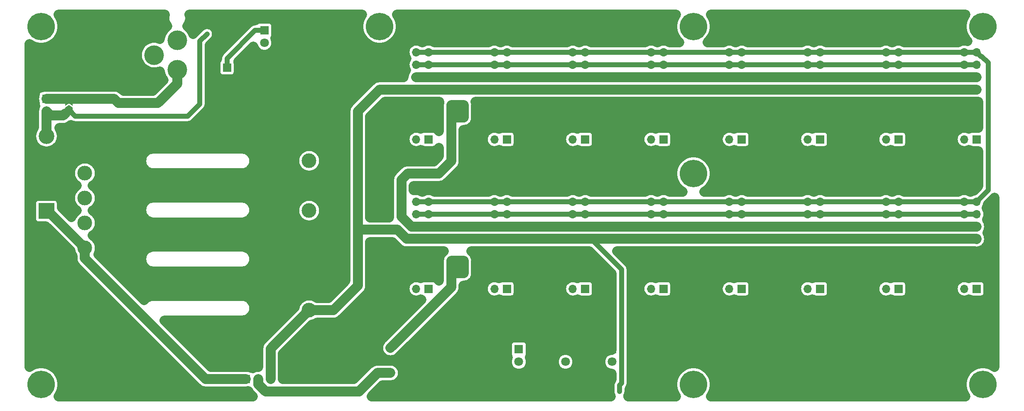
<source format=gbl>
G04 #@! TF.GenerationSoftware,KiCad,Pcbnew,(5.1.4)-1*
G04 #@! TF.CreationDate,2019-10-17T20:01:31+02:00*
G04 #@! TF.ProjectId,psu-30w,7073752d-3330-4772-9e6b-696361645f70,rev?*
G04 #@! TF.SameCoordinates,Original*
G04 #@! TF.FileFunction,Copper,L2,Bot*
G04 #@! TF.FilePolarity,Positive*
%FSLAX46Y46*%
G04 Gerber Fmt 4.6, Leading zero omitted, Abs format (unit mm)*
G04 Created by KiCad (PCBNEW (5.1.4)-1) date 2019-10-17 20:01:31*
%MOMM*%
%LPD*%
G04 APERTURE LIST*
%ADD10C,0.300000*%
%ADD11C,0.100000*%
%ADD12O,1.700000X1.700000*%
%ADD13R,1.700000X1.700000*%
%ADD14C,4.000000*%
%ADD15C,3.000000*%
%ADD16C,1.300000*%
%ADD17R,1.300000X1.300000*%
%ADD18R,3.200000X3.200000*%
%ADD19O,3.200000X3.200000*%
%ADD20C,1.800000*%
%ADD21R,1.800000X1.800000*%
%ADD22C,5.600000*%
%ADD23C,1.000000*%
%ADD24C,2.000000*%
%ADD25C,1.000000*%
G04 APERTURE END LIST*
D10*
X60652000Y-69982000D03*
D11*
G36*
X60652000Y-68982000D02*
G01*
X61402000Y-69482000D01*
X61402000Y-70482000D01*
X59902000Y-70482000D01*
X59902000Y-69482000D01*
X60652000Y-68982000D01*
X60652000Y-68982000D01*
G37*
D10*
X60652000Y-68532000D03*
D11*
G36*
X61402000Y-68032000D02*
G01*
X61402000Y-69182000D01*
X60652000Y-68682000D01*
X59902000Y-69182000D01*
X59902000Y-68032000D01*
X61402000Y-68032000D01*
X61402000Y-68032000D01*
G37*
D12*
X56080000Y-70310000D03*
D13*
X56080000Y-67770000D03*
D12*
X101800000Y-124920000D03*
X99260000Y-124920000D03*
D13*
X96720000Y-124920000D03*
D12*
X92910000Y-63960000D03*
D13*
X92910000Y-61420000D03*
D14*
X82750000Y-61826400D03*
X82750000Y-55826400D03*
X78050000Y-58826400D03*
D15*
X63915600Y-82926800D03*
X63915600Y-88006800D03*
X63915600Y-93086800D03*
X63915600Y-98166800D03*
X109635600Y-110866800D03*
X109635600Y-100706800D03*
X109635600Y-90546800D03*
X109635600Y-80386800D03*
D16*
X126234800Y-121110000D03*
D17*
X126234800Y-123650000D03*
D16*
X126234800Y-118570000D03*
D13*
X245762037Y-76029244D03*
D12*
X243222037Y-76029244D03*
X245762037Y-73489244D03*
X243222037Y-73489244D03*
X245762037Y-70949244D03*
X243222037Y-70949244D03*
X245762037Y-68409244D03*
X243222037Y-68409244D03*
X245762037Y-65869244D03*
X243222037Y-65869244D03*
X245762037Y-63329244D03*
X243222037Y-63329244D03*
X245762037Y-60789244D03*
X243222037Y-60789244D03*
X245762037Y-58249244D03*
X243222037Y-58249244D03*
D18*
X56080000Y-90630000D03*
D19*
X56080000Y-75390000D03*
D20*
X152400000Y-121380000D03*
D21*
X152400000Y-118840000D03*
X100530000Y-53800000D03*
D20*
X100530000Y-56340000D03*
D21*
X171450000Y-118840000D03*
D20*
X171450000Y-121380000D03*
X161925000Y-121380000D03*
D21*
X161925000Y-118840000D03*
D12*
X243222037Y-88729244D03*
X245762037Y-88729244D03*
X243222037Y-91269244D03*
X245762037Y-91269244D03*
X243222037Y-93809244D03*
X245762037Y-93809244D03*
X243222037Y-96349244D03*
X245762037Y-96349244D03*
X243222037Y-98889244D03*
X245762037Y-98889244D03*
X243222037Y-101429244D03*
X245762037Y-101429244D03*
X243222037Y-103969244D03*
X245762037Y-103969244D03*
X243222037Y-106509244D03*
D13*
X245762037Y-106509244D03*
X229796321Y-106509244D03*
D12*
X227256321Y-106509244D03*
X229796321Y-103969244D03*
X227256321Y-103969244D03*
X229796321Y-101429244D03*
X227256321Y-101429244D03*
X229796321Y-98889244D03*
X227256321Y-98889244D03*
X229796321Y-96349244D03*
X227256321Y-96349244D03*
X229796321Y-93809244D03*
X227256321Y-93809244D03*
X229796321Y-91269244D03*
X227256321Y-91269244D03*
X229796321Y-88729244D03*
X227256321Y-88729244D03*
D13*
X213830607Y-106509244D03*
D12*
X211290607Y-106509244D03*
X213830607Y-103969244D03*
X211290607Y-103969244D03*
X213830607Y-101429244D03*
X211290607Y-101429244D03*
X213830607Y-98889244D03*
X211290607Y-98889244D03*
X213830607Y-96349244D03*
X211290607Y-96349244D03*
X213830607Y-93809244D03*
X211290607Y-93809244D03*
X213830607Y-91269244D03*
X211290607Y-91269244D03*
X213830607Y-88729244D03*
X211290607Y-88729244D03*
X195324893Y-88729244D03*
X197864893Y-88729244D03*
X195324893Y-91269244D03*
X197864893Y-91269244D03*
X195324893Y-93809244D03*
X197864893Y-93809244D03*
X195324893Y-96349244D03*
X197864893Y-96349244D03*
X195324893Y-98889244D03*
X197864893Y-98889244D03*
X195324893Y-101429244D03*
X197864893Y-101429244D03*
X195324893Y-103969244D03*
X197864893Y-103969244D03*
X195324893Y-106509244D03*
D13*
X197864893Y-106509244D03*
X181899179Y-106509244D03*
D12*
X179359179Y-106509244D03*
X181899179Y-103969244D03*
X179359179Y-103969244D03*
X181899179Y-101429244D03*
X179359179Y-101429244D03*
X181899179Y-98889244D03*
X179359179Y-98889244D03*
X181899179Y-96349244D03*
X179359179Y-96349244D03*
X181899179Y-93809244D03*
X179359179Y-93809244D03*
X181899179Y-91269244D03*
X179359179Y-91269244D03*
X181899179Y-88729244D03*
X179359179Y-88729244D03*
D13*
X165933465Y-106509244D03*
D12*
X163393465Y-106509244D03*
X165933465Y-103969244D03*
X163393465Y-103969244D03*
X165933465Y-101429244D03*
X163393465Y-101429244D03*
X165933465Y-98889244D03*
X163393465Y-98889244D03*
X165933465Y-96349244D03*
X163393465Y-96349244D03*
X165933465Y-93809244D03*
X163393465Y-93809244D03*
X165933465Y-91269244D03*
X163393465Y-91269244D03*
X165933465Y-88729244D03*
X163393465Y-88729244D03*
X147427751Y-88729244D03*
X149967751Y-88729244D03*
X147427751Y-91269244D03*
X149967751Y-91269244D03*
X147427751Y-93809244D03*
X149967751Y-93809244D03*
X147427751Y-96349244D03*
X149967751Y-96349244D03*
X147427751Y-98889244D03*
X149967751Y-98889244D03*
X147427751Y-101429244D03*
X149967751Y-101429244D03*
X147427751Y-103969244D03*
X149967751Y-103969244D03*
X147427751Y-106509244D03*
D13*
X149967751Y-106509244D03*
D12*
X131462037Y-88729244D03*
X134002037Y-88729244D03*
X131462037Y-91269244D03*
X134002037Y-91269244D03*
X131462037Y-93809244D03*
X134002037Y-93809244D03*
X131462037Y-96349244D03*
X134002037Y-96349244D03*
X131462037Y-98889244D03*
X134002037Y-98889244D03*
X131462037Y-101429244D03*
X134002037Y-101429244D03*
X131462037Y-103969244D03*
X134002037Y-103969244D03*
X131462037Y-106509244D03*
D13*
X134002037Y-106509244D03*
X229796321Y-76029244D03*
D12*
X227256321Y-76029244D03*
X229796321Y-73489244D03*
X227256321Y-73489244D03*
X229796321Y-70949244D03*
X227256321Y-70949244D03*
X229796321Y-68409244D03*
X227256321Y-68409244D03*
X229796321Y-65869244D03*
X227256321Y-65869244D03*
X229796321Y-63329244D03*
X227256321Y-63329244D03*
X229796321Y-60789244D03*
X227256321Y-60789244D03*
X229796321Y-58249244D03*
X227256321Y-58249244D03*
X211290607Y-58249244D03*
X213830607Y-58249244D03*
X211290607Y-60789244D03*
X213830607Y-60789244D03*
X211290607Y-63329244D03*
X213830607Y-63329244D03*
X211290607Y-65869244D03*
X213830607Y-65869244D03*
X211290607Y-68409244D03*
X213830607Y-68409244D03*
X211290607Y-70949244D03*
X213830607Y-70949244D03*
X211290607Y-73489244D03*
X213830607Y-73489244D03*
X211290607Y-76029244D03*
D13*
X213830607Y-76029244D03*
D12*
X195324893Y-58249244D03*
X197864893Y-58249244D03*
X195324893Y-60789244D03*
X197864893Y-60789244D03*
X195324893Y-63329244D03*
X197864893Y-63329244D03*
X195324893Y-65869244D03*
X197864893Y-65869244D03*
X195324893Y-68409244D03*
X197864893Y-68409244D03*
X195324893Y-70949244D03*
X197864893Y-70949244D03*
X195324893Y-73489244D03*
X197864893Y-73489244D03*
X195324893Y-76029244D03*
D13*
X197864893Y-76029244D03*
X181899179Y-76029244D03*
D12*
X179359179Y-76029244D03*
X181899179Y-73489244D03*
X179359179Y-73489244D03*
X181899179Y-70949244D03*
X179359179Y-70949244D03*
X181899179Y-68409244D03*
X179359179Y-68409244D03*
X181899179Y-65869244D03*
X179359179Y-65869244D03*
X181899179Y-63329244D03*
X179359179Y-63329244D03*
X181899179Y-60789244D03*
X179359179Y-60789244D03*
X181899179Y-58249244D03*
X179359179Y-58249244D03*
D13*
X165933465Y-76029244D03*
D12*
X163393465Y-76029244D03*
X165933465Y-73489244D03*
X163393465Y-73489244D03*
X165933465Y-70949244D03*
X163393465Y-70949244D03*
X165933465Y-68409244D03*
X163393465Y-68409244D03*
X165933465Y-65869244D03*
X163393465Y-65869244D03*
X165933465Y-63329244D03*
X163393465Y-63329244D03*
X165933465Y-60789244D03*
X163393465Y-60789244D03*
X165933465Y-58249244D03*
X163393465Y-58249244D03*
X147427751Y-58249244D03*
X149967751Y-58249244D03*
X147427751Y-60789244D03*
X149967751Y-60789244D03*
X147427751Y-63329244D03*
X149967751Y-63329244D03*
X147427751Y-65869244D03*
X149967751Y-65869244D03*
X147427751Y-68409244D03*
X149967751Y-68409244D03*
X147427751Y-70949244D03*
X149967751Y-70949244D03*
X147427751Y-73489244D03*
X149967751Y-73489244D03*
X147427751Y-76029244D03*
D13*
X149967751Y-76029244D03*
D12*
X131462037Y-58249244D03*
X134002037Y-58249244D03*
X131462037Y-60789244D03*
X134002037Y-60789244D03*
X131462037Y-63329244D03*
X134002037Y-63329244D03*
X131462037Y-65869244D03*
X134002037Y-65869244D03*
X131462037Y-68409244D03*
X134002037Y-68409244D03*
X131462037Y-70949244D03*
X134002037Y-70949244D03*
X131462037Y-73489244D03*
X134002037Y-73489244D03*
X131462037Y-76029244D03*
D13*
X134002037Y-76029244D03*
D22*
X55000000Y-126000000D03*
X55000000Y-53000000D03*
X247000000Y-126000000D03*
X247000000Y-53000000D03*
X124000000Y-53000000D03*
X188000000Y-126000000D03*
X188000000Y-83000000D03*
X188000000Y-53000000D03*
D23*
X104340000Y-96980000D03*
X105610000Y-96980000D03*
X106880000Y-96980000D03*
X108150000Y-96980000D03*
X109420000Y-96980000D03*
X110690000Y-96980000D03*
X111960000Y-96980000D03*
X111960000Y-98250000D03*
X110690000Y-98250000D03*
X109420000Y-98250000D03*
X108150000Y-98250000D03*
X106880000Y-98250000D03*
X105610000Y-98250000D03*
X104340000Y-98250000D03*
X104340000Y-99520000D03*
X105610000Y-99520000D03*
X106880000Y-99520000D03*
X106880000Y-100790000D03*
X105610000Y-100790000D03*
X104340000Y-100790000D03*
X104340000Y-102060000D03*
X105610000Y-102060000D03*
X106880000Y-102060000D03*
X106880000Y-103330000D03*
X105610000Y-103330000D03*
X104340000Y-103330000D03*
X104340000Y-104600000D03*
X105610000Y-104600000D03*
X106880000Y-104600000D03*
X108150000Y-104600000D03*
X109420000Y-104600000D03*
X110690000Y-104600000D03*
X111960000Y-104600000D03*
X113230000Y-104600000D03*
X113230000Y-103330000D03*
X113230000Y-102060000D03*
X113230000Y-100790000D03*
X113230000Y-99520000D03*
X113230000Y-98250000D03*
X111960000Y-103330000D03*
X110690000Y-103330000D03*
X109420000Y-103330000D03*
X108150000Y-103330000D03*
X113230000Y-96980000D03*
X114500000Y-96980000D03*
X114500000Y-98250000D03*
X114500000Y-100790000D03*
X114500000Y-99520000D03*
X114500000Y-103330000D03*
X114500000Y-102060000D03*
X114500000Y-104600000D03*
X114500000Y-95710000D03*
X113230000Y-95710000D03*
X111960000Y-95710000D03*
X110690000Y-95710000D03*
X109420000Y-95710000D03*
X108150000Y-95710000D03*
X106880000Y-95710000D03*
X105610000Y-95710000D03*
X104340000Y-95710000D03*
X104340000Y-105870000D03*
X105610000Y-105870000D03*
X106880000Y-105870000D03*
X108150000Y-105870000D03*
X109420000Y-105870000D03*
X110690000Y-105870000D03*
X111960000Y-105870000D03*
X113230000Y-105870000D03*
X114500000Y-105870000D03*
X53540000Y-58880000D03*
X53540000Y-60150000D03*
X53540000Y-61420000D03*
X53540000Y-62690000D03*
X53540000Y-63960000D03*
X54810000Y-63960000D03*
X54810000Y-62690000D03*
X54810000Y-61420000D03*
X54810000Y-60150000D03*
X54810000Y-58880000D03*
X61160000Y-124920000D03*
X62430000Y-124920000D03*
X63700000Y-124920000D03*
X64970000Y-124920000D03*
X66240000Y-124920000D03*
X66240000Y-126190000D03*
X64970000Y-126190000D03*
X63700000Y-126190000D03*
X62430000Y-126190000D03*
X61160000Y-126190000D03*
X122120000Y-84280000D03*
X123390000Y-84280000D03*
X124660000Y-84280000D03*
X125930000Y-84280000D03*
X125930000Y-85550000D03*
X125930000Y-86820000D03*
X125930000Y-88090000D03*
X124660000Y-88090000D03*
X123390000Y-88090000D03*
X122120000Y-88090000D03*
X122120000Y-88090000D03*
X122120000Y-86820000D03*
X123390000Y-86820000D03*
X124660000Y-86820000D03*
X124660000Y-85550000D03*
X123390000Y-85550000D03*
X122120000Y-85550000D03*
X122120000Y-104600000D03*
X123390000Y-104600000D03*
X124660000Y-104600000D03*
X125930000Y-105870000D03*
X125930000Y-107140000D03*
X125930000Y-108410000D03*
X124660000Y-108410000D03*
X123390000Y-108410000D03*
X122120000Y-108410000D03*
X122120000Y-107140000D03*
X123390000Y-107140000D03*
X124660000Y-107140000D03*
X124660000Y-105870000D03*
X123390000Y-105870000D03*
X122120000Y-105870000D03*
X153870000Y-100790000D03*
X155140000Y-100790000D03*
X156410000Y-100790000D03*
X157680000Y-100790000D03*
X158950000Y-100790000D03*
X153870000Y-70310000D03*
X155140000Y-70310000D03*
X156410000Y-70310000D03*
X157680000Y-70310000D03*
X158950000Y-70310000D03*
X160220000Y-70310000D03*
X160220000Y-100790000D03*
X153870000Y-83010000D03*
X155140000Y-83010000D03*
X156410000Y-83010000D03*
X157680000Y-83010000D03*
X158950000Y-83010000D03*
X160220000Y-83010000D03*
X185620000Y-70310000D03*
X186890000Y-70310000D03*
X188160000Y-70310000D03*
X189430000Y-70310000D03*
X190700000Y-70310000D03*
X191970000Y-70310000D03*
X185620000Y-100790000D03*
X186890000Y-100790000D03*
X188160000Y-100790000D03*
X189430000Y-100790000D03*
X190700000Y-100790000D03*
X191970000Y-100790000D03*
X217370000Y-70310000D03*
X219910000Y-70310000D03*
X218640000Y-70310000D03*
X221180000Y-70310000D03*
X222450000Y-70310000D03*
X223720000Y-70310000D03*
X223720000Y-100790000D03*
X222450000Y-100790000D03*
X219910000Y-100790000D03*
X218640000Y-100790000D03*
X217370000Y-100790000D03*
X221180000Y-100790000D03*
X217370000Y-83010000D03*
X218640000Y-83010000D03*
X221180000Y-83010000D03*
X219910000Y-83010000D03*
X222450000Y-83010000D03*
X223720000Y-83010000D03*
X200860000Y-84280000D03*
X200860000Y-83010000D03*
X202130000Y-83010000D03*
X202130000Y-84280000D03*
X203400000Y-83010000D03*
X203400000Y-84280000D03*
X204670000Y-83010000D03*
X204670000Y-84280000D03*
X205940000Y-83010000D03*
X205940000Y-84280000D03*
X207210000Y-83010000D03*
X207210000Y-84280000D03*
X208480000Y-83010000D03*
X208480000Y-84280000D03*
X153870000Y-112220000D03*
X155140000Y-112220000D03*
X157680000Y-112220000D03*
X156410000Y-112220000D03*
X158950000Y-112220000D03*
X160220000Y-112220000D03*
X95450000Y-65230000D03*
X95450000Y-66500000D03*
X95450000Y-63960000D03*
X94180000Y-66500000D03*
X92910000Y-66500000D03*
X91640000Y-66500000D03*
X90370000Y-66500000D03*
X90370000Y-65230000D03*
X90370000Y-63960000D03*
X125930000Y-104600000D03*
X139900000Y-109680000D03*
X141170000Y-109680000D03*
X142440000Y-109680000D03*
X143710000Y-109680000D03*
X144980000Y-109680000D03*
X144980000Y-110950000D03*
X143710000Y-110950000D03*
X142440000Y-110950000D03*
X141170000Y-110950000D03*
X139900000Y-112220000D03*
X139900000Y-110950000D03*
X141170000Y-112220000D03*
X142440000Y-112220000D03*
X143710000Y-112220000D03*
X144980000Y-112220000D03*
X144980000Y-113490000D03*
X143710000Y-113490000D03*
X142440000Y-113490000D03*
X141170000Y-113490000D03*
X139900000Y-113490000D03*
X106880000Y-53800000D03*
X111960000Y-53800000D03*
X117040000Y-53800000D03*
X132280000Y-53800000D03*
X137360000Y-53800000D03*
X142440000Y-53800000D03*
X147520000Y-53800000D03*
X152600000Y-53800000D03*
X157680000Y-53800000D03*
X162760000Y-53800000D03*
X167840000Y-53800000D03*
X172920000Y-53800000D03*
X178000000Y-53800000D03*
X183080000Y-53800000D03*
X195780000Y-53800000D03*
X200860000Y-53800000D03*
X205940000Y-53800000D03*
X236420000Y-53800000D03*
X241500000Y-53800000D03*
X249120000Y-94440000D03*
X249120000Y-99520000D03*
X249120000Y-104600000D03*
X249120000Y-109680000D03*
X249120000Y-114760000D03*
X249120000Y-119840000D03*
X241500000Y-127460000D03*
X236420000Y-127460000D03*
X231340000Y-127460000D03*
X226260000Y-127460000D03*
X221180000Y-127460000D03*
X216100000Y-127460000D03*
X211020000Y-127460000D03*
X205940000Y-127460000D03*
X200860000Y-127460000D03*
X195780000Y-127460000D03*
X183080000Y-127460000D03*
X178000000Y-127460000D03*
X167840000Y-127460000D03*
X165300000Y-127460000D03*
X178000000Y-112220000D03*
X180540000Y-112220000D03*
X183080000Y-112220000D03*
X185620000Y-112220000D03*
X185620000Y-114760000D03*
X183080000Y-114760000D03*
X180540000Y-114760000D03*
X178000000Y-114760000D03*
X56080000Y-107140000D03*
X58620000Y-107140000D03*
X61160000Y-107140000D03*
X63700000Y-107140000D03*
X63700000Y-109680000D03*
X63700000Y-112220000D03*
X61160000Y-112220000D03*
X58620000Y-112220000D03*
X56080000Y-112220000D03*
X56080000Y-109680000D03*
X58620000Y-109680000D03*
X61160000Y-109680000D03*
X115770000Y-95710000D03*
X115770000Y-96980000D03*
X115770000Y-98250000D03*
X115770000Y-99520000D03*
X115770000Y-100790000D03*
X115770000Y-102060000D03*
X115770000Y-103330000D03*
X115770000Y-104600000D03*
X115770000Y-105870000D03*
X123390000Y-70310000D03*
X124660000Y-70310000D03*
X125930000Y-70310000D03*
X125930000Y-71580000D03*
X124660000Y-71580000D03*
X123390000Y-71580000D03*
X123390000Y-72850000D03*
X124660000Y-72850000D03*
X125930000Y-72850000D03*
X128470000Y-99520000D03*
X136090000Y-99520000D03*
X136090000Y-100790000D03*
X136090000Y-102060000D03*
X136090000Y-103330000D03*
X127200000Y-98250000D03*
X128470000Y-98250000D03*
X125930000Y-96980000D03*
X127200000Y-96980000D03*
X138630000Y-71580000D03*
X141170000Y-69040000D03*
X138630000Y-69040000D03*
X141170000Y-71580000D03*
X138630000Y-100790000D03*
X141170000Y-100790000D03*
X141170000Y-103330000D03*
X138630000Y-103330000D03*
X88835840Y-54521360D03*
X172920000Y-127460000D03*
D24*
X131462037Y-63329244D02*
X245762037Y-63329244D01*
X138630000Y-80470000D02*
X136090000Y-83010000D01*
X138630000Y-71580000D02*
X138630000Y-80470000D01*
X128470000Y-84280000D02*
X128470000Y-91755209D01*
X128470000Y-91755209D02*
X130524035Y-93809244D01*
X130524035Y-93809244D02*
X132910756Y-93809244D01*
X129740000Y-83010000D02*
X128470000Y-84280000D01*
X136090000Y-83010000D02*
X129740000Y-83010000D01*
X245762037Y-93809244D02*
X132910756Y-93809244D01*
X132910756Y-93809244D02*
X131462037Y-93809244D01*
X141170000Y-69040000D02*
X141170000Y-71580000D01*
X138630000Y-71580000D02*
X138630000Y-69040000D01*
X141170000Y-69040000D02*
X141170000Y-71580000D01*
X141170000Y-71580000D02*
X138630000Y-71580000D01*
X138630000Y-71580000D02*
X138630000Y-69040000D01*
X138630000Y-69040000D02*
X141170000Y-71580000D01*
X138630000Y-106174800D02*
X126234800Y-118570000D01*
X138630000Y-103330000D02*
X138630000Y-106174800D01*
X138630000Y-103330000D02*
X141170000Y-103330000D01*
X141170000Y-103330000D02*
X141170000Y-100790000D01*
X141170000Y-100790000D02*
X138630000Y-100790000D01*
X138630000Y-100790000D02*
X139900000Y-102060000D01*
X139900000Y-102060000D02*
X139900000Y-103330000D01*
X141170000Y-69040000D02*
X138630000Y-69040000D01*
X138630000Y-100790000D02*
X138630000Y-106174800D01*
X56080000Y-70310000D02*
X56080000Y-75390000D01*
X59474001Y-71159999D02*
X59951990Y-70682010D01*
X56080000Y-70310000D02*
X56929999Y-71159999D01*
X56929999Y-71159999D02*
X59474001Y-71159999D01*
D25*
X60652000Y-69982000D02*
X61965180Y-71295180D01*
X61965180Y-71295180D02*
X84850920Y-71295180D01*
X84850920Y-71295180D02*
X87339780Y-68806320D01*
X87339780Y-56017420D02*
X88835840Y-54521360D01*
X87339780Y-68806320D02*
X87339780Y-56017420D01*
D24*
X124020756Y-65869244D02*
X245762037Y-65869244D01*
X119580000Y-70310000D02*
X124020756Y-65869244D01*
X101800000Y-118702400D02*
X109635600Y-110866800D01*
X101800000Y-124920000D02*
X101800000Y-118702400D01*
D25*
X173350001Y-102563699D02*
X173350001Y-125759999D01*
X165933465Y-96349244D02*
X167135546Y-96349244D01*
X167135546Y-96349244D02*
X173350001Y-102563699D01*
X173350001Y-125759999D02*
X172920000Y-126190000D01*
X172920000Y-126190000D02*
X172920000Y-127460000D01*
D24*
X119580000Y-105870000D02*
X119580000Y-70310000D01*
X109635600Y-110866800D02*
X114583200Y-110866800D01*
X114583200Y-110866800D02*
X119580000Y-105870000D01*
X119580000Y-94440000D02*
X119580000Y-70310000D01*
X127619243Y-94440000D02*
X119580000Y-94440000D01*
X129488496Y-96309253D02*
X127619243Y-94440000D01*
X245762037Y-96349244D02*
X245722047Y-96309254D01*
X245722047Y-96309254D02*
X129488496Y-96309253D01*
X58930000Y-67770000D02*
X56080000Y-67770000D01*
X69927664Y-67770000D02*
X58930000Y-67770000D01*
X70780674Y-68623010D02*
X69927664Y-67770000D01*
X78781817Y-68623010D02*
X70780674Y-68623010D01*
X82750000Y-61826400D02*
X82750000Y-64654827D01*
X82750000Y-64654827D02*
X78781817Y-68623010D01*
D25*
X188374758Y-58249244D02*
X245762037Y-58249244D01*
X131462037Y-58249244D02*
X188374758Y-58249244D01*
X245762037Y-88729244D02*
X131462037Y-88729244D01*
X248104000Y-86387281D02*
X245762037Y-88729244D01*
X248104000Y-60404000D02*
X248104000Y-86387281D01*
X246799243Y-59099243D02*
X248104000Y-60404000D01*
X245762037Y-58249244D02*
X246612036Y-59099243D01*
X246612036Y-59099243D02*
X246799243Y-59099243D01*
X245762037Y-60789244D02*
X131462037Y-60789244D01*
X131462037Y-91269244D02*
X245762037Y-91269244D01*
D24*
X56378800Y-90630000D02*
X63915600Y-98166800D01*
X56080000Y-90630000D02*
X56378800Y-90630000D01*
X93870000Y-124920000D02*
X96720000Y-124920000D01*
X88547480Y-124920000D02*
X93870000Y-124920000D01*
X63915600Y-100288120D02*
X88547480Y-124920000D01*
X63915600Y-98166800D02*
X63915600Y-100288120D01*
X123584800Y-123650000D02*
X126234800Y-123650000D01*
X119814790Y-127420010D02*
X123584800Y-123650000D01*
X100764462Y-127420010D02*
X119814790Y-127420010D01*
X99299990Y-125955538D02*
X100764462Y-127420010D01*
X99299990Y-124959990D02*
X99299990Y-125955538D01*
X99260000Y-124920000D02*
X99299990Y-124959990D01*
D25*
X92910000Y-59570000D02*
X92910000Y-61420000D01*
X92910000Y-59520000D02*
X92910000Y-59570000D01*
X98630000Y-53800000D02*
X92910000Y-59520000D01*
X100530000Y-53800000D02*
X98630000Y-53800000D01*
D24*
G36*
X249417000Y-122433800D02*
G01*
X249040603Y-122182300D01*
X248256597Y-121857554D01*
X247424301Y-121692000D01*
X246575699Y-121692000D01*
X245743403Y-121857554D01*
X244959397Y-122182300D01*
X244253810Y-122653758D01*
X243653758Y-123253810D01*
X243182300Y-123959397D01*
X242857554Y-124743403D01*
X242692000Y-125575699D01*
X242692000Y-126424301D01*
X242857554Y-127256597D01*
X243182300Y-128040603D01*
X243433800Y-128417000D01*
X191566200Y-128417000D01*
X191817700Y-128040603D01*
X192142446Y-127256597D01*
X192308000Y-126424301D01*
X192308000Y-125575699D01*
X192142446Y-124743403D01*
X191817700Y-123959397D01*
X191346242Y-123253810D01*
X190746190Y-122653758D01*
X190040603Y-122182300D01*
X189256597Y-121857554D01*
X188424301Y-121692000D01*
X187575699Y-121692000D01*
X186743403Y-121857554D01*
X185959397Y-122182300D01*
X185253810Y-122653758D01*
X184653758Y-123253810D01*
X184182300Y-123959397D01*
X183857554Y-124743403D01*
X183692000Y-125575699D01*
X183692000Y-126424301D01*
X183857554Y-127256597D01*
X184182300Y-128040603D01*
X184433800Y-128417000D01*
X174695555Y-128417000D01*
X174699467Y-128411145D01*
X174737404Y-128319556D01*
X174784126Y-128232146D01*
X174812897Y-128137300D01*
X174850834Y-128045712D01*
X174870175Y-127948480D01*
X174898945Y-127853636D01*
X174908660Y-127755002D01*
X174928000Y-127657771D01*
X174928000Y-127002429D01*
X175027670Y-126880981D01*
X175214127Y-126532145D01*
X175328946Y-126153636D01*
X175358001Y-125858637D01*
X175358001Y-125858628D01*
X175367715Y-125760000D01*
X175358001Y-125661372D01*
X175358001Y-106509244D01*
X176989770Y-106509244D01*
X177035298Y-106971493D01*
X177170131Y-107415978D01*
X177389087Y-107825617D01*
X177683754Y-108184669D01*
X178042806Y-108479336D01*
X178452445Y-108698292D01*
X178896930Y-108833125D01*
X179243343Y-108867244D01*
X179475015Y-108867244D01*
X179821428Y-108833125D01*
X180265913Y-108698292D01*
X180310636Y-108674387D01*
X180469300Y-108759195D01*
X180753559Y-108845424D01*
X181049179Y-108874540D01*
X182749179Y-108874540D01*
X183044799Y-108845424D01*
X183329058Y-108759195D01*
X183591032Y-108619167D01*
X183820655Y-108430720D01*
X184009102Y-108201097D01*
X184149130Y-107939123D01*
X184235359Y-107654864D01*
X184264475Y-107359244D01*
X184264475Y-106509244D01*
X192955484Y-106509244D01*
X193001012Y-106971493D01*
X193135845Y-107415978D01*
X193354801Y-107825617D01*
X193649468Y-108184669D01*
X194008520Y-108479336D01*
X194418159Y-108698292D01*
X194862644Y-108833125D01*
X195209057Y-108867244D01*
X195440729Y-108867244D01*
X195787142Y-108833125D01*
X196231627Y-108698292D01*
X196276350Y-108674387D01*
X196435014Y-108759195D01*
X196719273Y-108845424D01*
X197014893Y-108874540D01*
X198714893Y-108874540D01*
X199010513Y-108845424D01*
X199294772Y-108759195D01*
X199556746Y-108619167D01*
X199786369Y-108430720D01*
X199974816Y-108201097D01*
X200114844Y-107939123D01*
X200201073Y-107654864D01*
X200230189Y-107359244D01*
X200230189Y-106509244D01*
X208921198Y-106509244D01*
X208966726Y-106971493D01*
X209101559Y-107415978D01*
X209320515Y-107825617D01*
X209615182Y-108184669D01*
X209974234Y-108479336D01*
X210383873Y-108698292D01*
X210828358Y-108833125D01*
X211174771Y-108867244D01*
X211406443Y-108867244D01*
X211752856Y-108833125D01*
X212197341Y-108698292D01*
X212242064Y-108674387D01*
X212400728Y-108759195D01*
X212684987Y-108845424D01*
X212980607Y-108874540D01*
X214680607Y-108874540D01*
X214976227Y-108845424D01*
X215260486Y-108759195D01*
X215522460Y-108619167D01*
X215752083Y-108430720D01*
X215940530Y-108201097D01*
X216080558Y-107939123D01*
X216166787Y-107654864D01*
X216195903Y-107359244D01*
X216195903Y-106509244D01*
X224886912Y-106509244D01*
X224932440Y-106971493D01*
X225067273Y-107415978D01*
X225286229Y-107825617D01*
X225580896Y-108184669D01*
X225939948Y-108479336D01*
X226349587Y-108698292D01*
X226794072Y-108833125D01*
X227140485Y-108867244D01*
X227372157Y-108867244D01*
X227718570Y-108833125D01*
X228163055Y-108698292D01*
X228207778Y-108674387D01*
X228366442Y-108759195D01*
X228650701Y-108845424D01*
X228946321Y-108874540D01*
X230646321Y-108874540D01*
X230941941Y-108845424D01*
X231226200Y-108759195D01*
X231488174Y-108619167D01*
X231717797Y-108430720D01*
X231906244Y-108201097D01*
X232046272Y-107939123D01*
X232132501Y-107654864D01*
X232161617Y-107359244D01*
X232161617Y-106509244D01*
X240852628Y-106509244D01*
X240898156Y-106971493D01*
X241032989Y-107415978D01*
X241251945Y-107825617D01*
X241546612Y-108184669D01*
X241905664Y-108479336D01*
X242315303Y-108698292D01*
X242759788Y-108833125D01*
X243106201Y-108867244D01*
X243337873Y-108867244D01*
X243684286Y-108833125D01*
X244128771Y-108698292D01*
X244173494Y-108674387D01*
X244332158Y-108759195D01*
X244616417Y-108845424D01*
X244912037Y-108874540D01*
X246612037Y-108874540D01*
X246907657Y-108845424D01*
X247191916Y-108759195D01*
X247453890Y-108619167D01*
X247683513Y-108430720D01*
X247871960Y-108201097D01*
X248011988Y-107939123D01*
X248098217Y-107654864D01*
X248127333Y-107359244D01*
X248127333Y-105659244D01*
X248098217Y-105363624D01*
X248011988Y-105079365D01*
X247871960Y-104817391D01*
X247683513Y-104587768D01*
X247453890Y-104399321D01*
X247191916Y-104259293D01*
X246907657Y-104173064D01*
X246612037Y-104143948D01*
X244912037Y-104143948D01*
X244616417Y-104173064D01*
X244332158Y-104259293D01*
X244173494Y-104344101D01*
X244128771Y-104320196D01*
X243684286Y-104185363D01*
X243337873Y-104151244D01*
X243106201Y-104151244D01*
X242759788Y-104185363D01*
X242315303Y-104320196D01*
X241905664Y-104539152D01*
X241546612Y-104833819D01*
X241251945Y-105192871D01*
X241032989Y-105602510D01*
X240898156Y-106046995D01*
X240852628Y-106509244D01*
X232161617Y-106509244D01*
X232161617Y-105659244D01*
X232132501Y-105363624D01*
X232046272Y-105079365D01*
X231906244Y-104817391D01*
X231717797Y-104587768D01*
X231488174Y-104399321D01*
X231226200Y-104259293D01*
X230941941Y-104173064D01*
X230646321Y-104143948D01*
X228946321Y-104143948D01*
X228650701Y-104173064D01*
X228366442Y-104259293D01*
X228207778Y-104344101D01*
X228163055Y-104320196D01*
X227718570Y-104185363D01*
X227372157Y-104151244D01*
X227140485Y-104151244D01*
X226794072Y-104185363D01*
X226349587Y-104320196D01*
X225939948Y-104539152D01*
X225580896Y-104833819D01*
X225286229Y-105192871D01*
X225067273Y-105602510D01*
X224932440Y-106046995D01*
X224886912Y-106509244D01*
X216195903Y-106509244D01*
X216195903Y-105659244D01*
X216166787Y-105363624D01*
X216080558Y-105079365D01*
X215940530Y-104817391D01*
X215752083Y-104587768D01*
X215522460Y-104399321D01*
X215260486Y-104259293D01*
X214976227Y-104173064D01*
X214680607Y-104143948D01*
X212980607Y-104143948D01*
X212684987Y-104173064D01*
X212400728Y-104259293D01*
X212242064Y-104344101D01*
X212197341Y-104320196D01*
X211752856Y-104185363D01*
X211406443Y-104151244D01*
X211174771Y-104151244D01*
X210828358Y-104185363D01*
X210383873Y-104320196D01*
X209974234Y-104539152D01*
X209615182Y-104833819D01*
X209320515Y-105192871D01*
X209101559Y-105602510D01*
X208966726Y-106046995D01*
X208921198Y-106509244D01*
X200230189Y-106509244D01*
X200230189Y-105659244D01*
X200201073Y-105363624D01*
X200114844Y-105079365D01*
X199974816Y-104817391D01*
X199786369Y-104587768D01*
X199556746Y-104399321D01*
X199294772Y-104259293D01*
X199010513Y-104173064D01*
X198714893Y-104143948D01*
X197014893Y-104143948D01*
X196719273Y-104173064D01*
X196435014Y-104259293D01*
X196276350Y-104344101D01*
X196231627Y-104320196D01*
X195787142Y-104185363D01*
X195440729Y-104151244D01*
X195209057Y-104151244D01*
X194862644Y-104185363D01*
X194418159Y-104320196D01*
X194008520Y-104539152D01*
X193649468Y-104833819D01*
X193354801Y-105192871D01*
X193135845Y-105602510D01*
X193001012Y-106046995D01*
X192955484Y-106509244D01*
X184264475Y-106509244D01*
X184264475Y-105659244D01*
X184235359Y-105363624D01*
X184149130Y-105079365D01*
X184009102Y-104817391D01*
X183820655Y-104587768D01*
X183591032Y-104399321D01*
X183329058Y-104259293D01*
X183044799Y-104173064D01*
X182749179Y-104143948D01*
X181049179Y-104143948D01*
X180753559Y-104173064D01*
X180469300Y-104259293D01*
X180310636Y-104344101D01*
X180265913Y-104320196D01*
X179821428Y-104185363D01*
X179475015Y-104151244D01*
X179243343Y-104151244D01*
X178896930Y-104185363D01*
X178452445Y-104320196D01*
X178042806Y-104539152D01*
X177683754Y-104833819D01*
X177389087Y-105192871D01*
X177170131Y-105602510D01*
X177035298Y-106046995D01*
X176989770Y-106509244D01*
X175358001Y-106509244D01*
X175358001Y-102662337D01*
X175367716Y-102563699D01*
X175328946Y-102170062D01*
X175214127Y-101791552D01*
X175027670Y-101442717D01*
X174839619Y-101213576D01*
X174776741Y-101136959D01*
X174700124Y-101074081D01*
X172443295Y-98817253D01*
X245258182Y-98817254D01*
X245270383Y-98820955D01*
X245762036Y-98869379D01*
X246253690Y-98820955D01*
X246726450Y-98677544D01*
X247162148Y-98444659D01*
X247544041Y-98131248D01*
X247857452Y-97749355D01*
X248090337Y-97313657D01*
X248233748Y-96840897D01*
X248282172Y-96349243D01*
X248233748Y-95857590D01*
X248090337Y-95384830D01*
X247926999Y-95079245D01*
X248090338Y-94773658D01*
X248233748Y-94300898D01*
X248282172Y-93809244D01*
X248233748Y-93317590D01*
X248090338Y-92844830D01*
X247857453Y-92409132D01*
X247838685Y-92386264D01*
X247951085Y-92175978D01*
X248085918Y-91731493D01*
X248131446Y-91269244D01*
X248085918Y-90806995D01*
X247951085Y-90362510D01*
X247756916Y-89999244D01*
X247951085Y-89635978D01*
X248062574Y-89268447D01*
X249417001Y-87914021D01*
X249417000Y-122433800D01*
X249417000Y-122433800D01*
G37*
X249417000Y-122433800D02*
X249040603Y-122182300D01*
X248256597Y-121857554D01*
X247424301Y-121692000D01*
X246575699Y-121692000D01*
X245743403Y-121857554D01*
X244959397Y-122182300D01*
X244253810Y-122653758D01*
X243653758Y-123253810D01*
X243182300Y-123959397D01*
X242857554Y-124743403D01*
X242692000Y-125575699D01*
X242692000Y-126424301D01*
X242857554Y-127256597D01*
X243182300Y-128040603D01*
X243433800Y-128417000D01*
X191566200Y-128417000D01*
X191817700Y-128040603D01*
X192142446Y-127256597D01*
X192308000Y-126424301D01*
X192308000Y-125575699D01*
X192142446Y-124743403D01*
X191817700Y-123959397D01*
X191346242Y-123253810D01*
X190746190Y-122653758D01*
X190040603Y-122182300D01*
X189256597Y-121857554D01*
X188424301Y-121692000D01*
X187575699Y-121692000D01*
X186743403Y-121857554D01*
X185959397Y-122182300D01*
X185253810Y-122653758D01*
X184653758Y-123253810D01*
X184182300Y-123959397D01*
X183857554Y-124743403D01*
X183692000Y-125575699D01*
X183692000Y-126424301D01*
X183857554Y-127256597D01*
X184182300Y-128040603D01*
X184433800Y-128417000D01*
X174695555Y-128417000D01*
X174699467Y-128411145D01*
X174737404Y-128319556D01*
X174784126Y-128232146D01*
X174812897Y-128137300D01*
X174850834Y-128045712D01*
X174870175Y-127948480D01*
X174898945Y-127853636D01*
X174908660Y-127755002D01*
X174928000Y-127657771D01*
X174928000Y-127002429D01*
X175027670Y-126880981D01*
X175214127Y-126532145D01*
X175328946Y-126153636D01*
X175358001Y-125858637D01*
X175358001Y-125858628D01*
X175367715Y-125760000D01*
X175358001Y-125661372D01*
X175358001Y-106509244D01*
X176989770Y-106509244D01*
X177035298Y-106971493D01*
X177170131Y-107415978D01*
X177389087Y-107825617D01*
X177683754Y-108184669D01*
X178042806Y-108479336D01*
X178452445Y-108698292D01*
X178896930Y-108833125D01*
X179243343Y-108867244D01*
X179475015Y-108867244D01*
X179821428Y-108833125D01*
X180265913Y-108698292D01*
X180310636Y-108674387D01*
X180469300Y-108759195D01*
X180753559Y-108845424D01*
X181049179Y-108874540D01*
X182749179Y-108874540D01*
X183044799Y-108845424D01*
X183329058Y-108759195D01*
X183591032Y-108619167D01*
X183820655Y-108430720D01*
X184009102Y-108201097D01*
X184149130Y-107939123D01*
X184235359Y-107654864D01*
X184264475Y-107359244D01*
X184264475Y-106509244D01*
X192955484Y-106509244D01*
X193001012Y-106971493D01*
X193135845Y-107415978D01*
X193354801Y-107825617D01*
X193649468Y-108184669D01*
X194008520Y-108479336D01*
X194418159Y-108698292D01*
X194862644Y-108833125D01*
X195209057Y-108867244D01*
X195440729Y-108867244D01*
X195787142Y-108833125D01*
X196231627Y-108698292D01*
X196276350Y-108674387D01*
X196435014Y-108759195D01*
X196719273Y-108845424D01*
X197014893Y-108874540D01*
X198714893Y-108874540D01*
X199010513Y-108845424D01*
X199294772Y-108759195D01*
X199556746Y-108619167D01*
X199786369Y-108430720D01*
X199974816Y-108201097D01*
X200114844Y-107939123D01*
X200201073Y-107654864D01*
X200230189Y-107359244D01*
X200230189Y-106509244D01*
X208921198Y-106509244D01*
X208966726Y-106971493D01*
X209101559Y-107415978D01*
X209320515Y-107825617D01*
X209615182Y-108184669D01*
X209974234Y-108479336D01*
X210383873Y-108698292D01*
X210828358Y-108833125D01*
X211174771Y-108867244D01*
X211406443Y-108867244D01*
X211752856Y-108833125D01*
X212197341Y-108698292D01*
X212242064Y-108674387D01*
X212400728Y-108759195D01*
X212684987Y-108845424D01*
X212980607Y-108874540D01*
X214680607Y-108874540D01*
X214976227Y-108845424D01*
X215260486Y-108759195D01*
X215522460Y-108619167D01*
X215752083Y-108430720D01*
X215940530Y-108201097D01*
X216080558Y-107939123D01*
X216166787Y-107654864D01*
X216195903Y-107359244D01*
X216195903Y-106509244D01*
X224886912Y-106509244D01*
X224932440Y-106971493D01*
X225067273Y-107415978D01*
X225286229Y-107825617D01*
X225580896Y-108184669D01*
X225939948Y-108479336D01*
X226349587Y-108698292D01*
X226794072Y-108833125D01*
X227140485Y-108867244D01*
X227372157Y-108867244D01*
X227718570Y-108833125D01*
X228163055Y-108698292D01*
X228207778Y-108674387D01*
X228366442Y-108759195D01*
X228650701Y-108845424D01*
X228946321Y-108874540D01*
X230646321Y-108874540D01*
X230941941Y-108845424D01*
X231226200Y-108759195D01*
X231488174Y-108619167D01*
X231717797Y-108430720D01*
X231906244Y-108201097D01*
X232046272Y-107939123D01*
X232132501Y-107654864D01*
X232161617Y-107359244D01*
X232161617Y-106509244D01*
X240852628Y-106509244D01*
X240898156Y-106971493D01*
X241032989Y-107415978D01*
X241251945Y-107825617D01*
X241546612Y-108184669D01*
X241905664Y-108479336D01*
X242315303Y-108698292D01*
X242759788Y-108833125D01*
X243106201Y-108867244D01*
X243337873Y-108867244D01*
X243684286Y-108833125D01*
X244128771Y-108698292D01*
X244173494Y-108674387D01*
X244332158Y-108759195D01*
X244616417Y-108845424D01*
X244912037Y-108874540D01*
X246612037Y-108874540D01*
X246907657Y-108845424D01*
X247191916Y-108759195D01*
X247453890Y-108619167D01*
X247683513Y-108430720D01*
X247871960Y-108201097D01*
X248011988Y-107939123D01*
X248098217Y-107654864D01*
X248127333Y-107359244D01*
X248127333Y-105659244D01*
X248098217Y-105363624D01*
X248011988Y-105079365D01*
X247871960Y-104817391D01*
X247683513Y-104587768D01*
X247453890Y-104399321D01*
X247191916Y-104259293D01*
X246907657Y-104173064D01*
X246612037Y-104143948D01*
X244912037Y-104143948D01*
X244616417Y-104173064D01*
X244332158Y-104259293D01*
X244173494Y-104344101D01*
X244128771Y-104320196D01*
X243684286Y-104185363D01*
X243337873Y-104151244D01*
X243106201Y-104151244D01*
X242759788Y-104185363D01*
X242315303Y-104320196D01*
X241905664Y-104539152D01*
X241546612Y-104833819D01*
X241251945Y-105192871D01*
X241032989Y-105602510D01*
X240898156Y-106046995D01*
X240852628Y-106509244D01*
X232161617Y-106509244D01*
X232161617Y-105659244D01*
X232132501Y-105363624D01*
X232046272Y-105079365D01*
X231906244Y-104817391D01*
X231717797Y-104587768D01*
X231488174Y-104399321D01*
X231226200Y-104259293D01*
X230941941Y-104173064D01*
X230646321Y-104143948D01*
X228946321Y-104143948D01*
X228650701Y-104173064D01*
X228366442Y-104259293D01*
X228207778Y-104344101D01*
X228163055Y-104320196D01*
X227718570Y-104185363D01*
X227372157Y-104151244D01*
X227140485Y-104151244D01*
X226794072Y-104185363D01*
X226349587Y-104320196D01*
X225939948Y-104539152D01*
X225580896Y-104833819D01*
X225286229Y-105192871D01*
X225067273Y-105602510D01*
X224932440Y-106046995D01*
X224886912Y-106509244D01*
X216195903Y-106509244D01*
X216195903Y-105659244D01*
X216166787Y-105363624D01*
X216080558Y-105079365D01*
X215940530Y-104817391D01*
X215752083Y-104587768D01*
X215522460Y-104399321D01*
X215260486Y-104259293D01*
X214976227Y-104173064D01*
X214680607Y-104143948D01*
X212980607Y-104143948D01*
X212684987Y-104173064D01*
X212400728Y-104259293D01*
X212242064Y-104344101D01*
X212197341Y-104320196D01*
X211752856Y-104185363D01*
X211406443Y-104151244D01*
X211174771Y-104151244D01*
X210828358Y-104185363D01*
X210383873Y-104320196D01*
X209974234Y-104539152D01*
X209615182Y-104833819D01*
X209320515Y-105192871D01*
X209101559Y-105602510D01*
X208966726Y-106046995D01*
X208921198Y-106509244D01*
X200230189Y-106509244D01*
X200230189Y-105659244D01*
X200201073Y-105363624D01*
X200114844Y-105079365D01*
X199974816Y-104817391D01*
X199786369Y-104587768D01*
X199556746Y-104399321D01*
X199294772Y-104259293D01*
X199010513Y-104173064D01*
X198714893Y-104143948D01*
X197014893Y-104143948D01*
X196719273Y-104173064D01*
X196435014Y-104259293D01*
X196276350Y-104344101D01*
X196231627Y-104320196D01*
X195787142Y-104185363D01*
X195440729Y-104151244D01*
X195209057Y-104151244D01*
X194862644Y-104185363D01*
X194418159Y-104320196D01*
X194008520Y-104539152D01*
X193649468Y-104833819D01*
X193354801Y-105192871D01*
X193135845Y-105602510D01*
X193001012Y-106046995D01*
X192955484Y-106509244D01*
X184264475Y-106509244D01*
X184264475Y-105659244D01*
X184235359Y-105363624D01*
X184149130Y-105079365D01*
X184009102Y-104817391D01*
X183820655Y-104587768D01*
X183591032Y-104399321D01*
X183329058Y-104259293D01*
X183044799Y-104173064D01*
X182749179Y-104143948D01*
X181049179Y-104143948D01*
X180753559Y-104173064D01*
X180469300Y-104259293D01*
X180310636Y-104344101D01*
X180265913Y-104320196D01*
X179821428Y-104185363D01*
X179475015Y-104151244D01*
X179243343Y-104151244D01*
X178896930Y-104185363D01*
X178452445Y-104320196D01*
X178042806Y-104539152D01*
X177683754Y-104833819D01*
X177389087Y-105192871D01*
X177170131Y-105602510D01*
X177035298Y-106046995D01*
X176989770Y-106509244D01*
X175358001Y-106509244D01*
X175358001Y-102662337D01*
X175367716Y-102563699D01*
X175328946Y-102170062D01*
X175214127Y-101791552D01*
X175027670Y-101442717D01*
X174839619Y-101213576D01*
X174776741Y-101136959D01*
X174700124Y-101074081D01*
X172443295Y-98817253D01*
X245258182Y-98817254D01*
X245270383Y-98820955D01*
X245762036Y-98869379D01*
X246253690Y-98820955D01*
X246726450Y-98677544D01*
X247162148Y-98444659D01*
X247544041Y-98131248D01*
X247857452Y-97749355D01*
X248090337Y-97313657D01*
X248233748Y-96840897D01*
X248282172Y-96349243D01*
X248233748Y-95857590D01*
X248090337Y-95384830D01*
X247926999Y-95079245D01*
X248090338Y-94773658D01*
X248233748Y-94300898D01*
X248282172Y-93809244D01*
X248233748Y-93317590D01*
X248090338Y-92844830D01*
X247857453Y-92409132D01*
X247838685Y-92386264D01*
X247951085Y-92175978D01*
X248085918Y-91731493D01*
X248131446Y-91269244D01*
X248085918Y-90806995D01*
X247951085Y-90362510D01*
X247756916Y-89999244D01*
X247951085Y-89635978D01*
X248062574Y-89268447D01*
X249417001Y-87914021D01*
X249417000Y-122433800D01*
G36*
X80142000Y-51069534D02*
G01*
X80142000Y-51583266D01*
X80242224Y-52087126D01*
X80438820Y-52561751D01*
X80711315Y-52969569D01*
X80513780Y-53101558D01*
X80025158Y-53590180D01*
X79641250Y-54164739D01*
X79376810Y-54803154D01*
X79242000Y-55480892D01*
X79242000Y-55523110D01*
X79073246Y-55453210D01*
X78395508Y-55318400D01*
X77704492Y-55318400D01*
X77026754Y-55453210D01*
X76388339Y-55717650D01*
X75813780Y-56101558D01*
X75325158Y-56590180D01*
X74941250Y-57164739D01*
X74676810Y-57803154D01*
X74542000Y-58480892D01*
X74542000Y-59171908D01*
X74676810Y-59849646D01*
X74941250Y-60488061D01*
X75325158Y-61062620D01*
X75813780Y-61551242D01*
X76388339Y-61935150D01*
X77026754Y-62199590D01*
X77704492Y-62334400D01*
X78395508Y-62334400D01*
X79073246Y-62199590D01*
X79242000Y-62129690D01*
X79242000Y-62171908D01*
X79376810Y-62849646D01*
X79641250Y-63488061D01*
X79933114Y-63924866D01*
X77742970Y-66115010D01*
X71819521Y-66115010D01*
X71788217Y-66083706D01*
X71709669Y-65987995D01*
X71327776Y-65674584D01*
X70892078Y-65441699D01*
X70419318Y-65298289D01*
X70050872Y-65262000D01*
X69927664Y-65249865D01*
X69804456Y-65262000D01*
X55956792Y-65262000D01*
X55588346Y-65298289D01*
X55237542Y-65404704D01*
X55230000Y-65404704D01*
X54934380Y-65433820D01*
X54650121Y-65520049D01*
X54388147Y-65660077D01*
X54158524Y-65848524D01*
X53970077Y-66078147D01*
X53830049Y-66340121D01*
X53743820Y-66624380D01*
X53714704Y-66920000D01*
X53714704Y-66927542D01*
X53608289Y-67278346D01*
X53559865Y-67770000D01*
X53608289Y-68261654D01*
X53714704Y-68612458D01*
X53714704Y-68620000D01*
X53743820Y-68915620D01*
X53829880Y-69199321D01*
X53782918Y-69287180D01*
X53751699Y-69345587D01*
X53608289Y-69818346D01*
X53559865Y-70310000D01*
X53572000Y-70433208D01*
X53572001Y-73546838D01*
X53483289Y-73654933D01*
X53194689Y-74194865D01*
X53016970Y-74780726D01*
X52956962Y-75390000D01*
X53016970Y-75999274D01*
X53194689Y-76585135D01*
X53483289Y-77125067D01*
X53871679Y-77598321D01*
X54344933Y-77986711D01*
X54884865Y-78275311D01*
X55470726Y-78453030D01*
X55927316Y-78498000D01*
X56232684Y-78498000D01*
X56689274Y-78453030D01*
X57275135Y-78275311D01*
X57815067Y-77986711D01*
X58288321Y-77598321D01*
X58676711Y-77125067D01*
X58965311Y-76585135D01*
X59143030Y-75999274D01*
X59203038Y-75390000D01*
X59143030Y-74780726D01*
X58965311Y-74194865D01*
X58683695Y-73667999D01*
X59350793Y-73667999D01*
X59474001Y-73680134D01*
X59965655Y-73631710D01*
X60438415Y-73488300D01*
X60874113Y-73255415D01*
X61070821Y-73093981D01*
X61193034Y-73159306D01*
X61456723Y-73239295D01*
X61571542Y-73274125D01*
X61965180Y-73312895D01*
X62063818Y-73303180D01*
X84752282Y-73303180D01*
X84850920Y-73312895D01*
X85244557Y-73274125D01*
X85623066Y-73159306D01*
X85971902Y-72972849D01*
X86277660Y-72721920D01*
X86340542Y-72645298D01*
X88689903Y-70295938D01*
X88766520Y-70233060D01*
X89017449Y-69927302D01*
X89042774Y-69879923D01*
X89203906Y-69578467D01*
X89318725Y-69199957D01*
X89357495Y-68806320D01*
X89347780Y-68707682D01*
X89347780Y-60570000D01*
X90544704Y-60570000D01*
X90544704Y-62270000D01*
X90573820Y-62565620D01*
X90660049Y-62849879D01*
X90800077Y-63111853D01*
X90988524Y-63341476D01*
X91218147Y-63529923D01*
X91480121Y-63669951D01*
X91764380Y-63756180D01*
X92060000Y-63785296D01*
X93760000Y-63785296D01*
X94055620Y-63756180D01*
X94339879Y-63669951D01*
X94601853Y-63529923D01*
X94831476Y-63341476D01*
X95019923Y-63111853D01*
X95159951Y-62849879D01*
X95246180Y-62565620D01*
X95275296Y-62270000D01*
X95275296Y-60570000D01*
X95246180Y-60274380D01*
X95187803Y-60081937D01*
X98218291Y-57051449D01*
X98396058Y-57480616D01*
X98659584Y-57875010D01*
X98994990Y-58210416D01*
X99389384Y-58473942D01*
X99827612Y-58655462D01*
X100292833Y-58748000D01*
X100767167Y-58748000D01*
X101232388Y-58655462D01*
X101670616Y-58473942D01*
X102065010Y-58210416D01*
X102400416Y-57875010D01*
X102663942Y-57480616D01*
X102845462Y-57042388D01*
X102938000Y-56577167D01*
X102938000Y-56102833D01*
X102845462Y-55637612D01*
X102755207Y-55419716D01*
X102829951Y-55279879D01*
X102916180Y-54995620D01*
X102945296Y-54700000D01*
X102945296Y-52900000D01*
X102916180Y-52604380D01*
X102829951Y-52320121D01*
X102689923Y-52058147D01*
X102501476Y-51828524D01*
X102271853Y-51640077D01*
X102009879Y-51500049D01*
X101725620Y-51413820D01*
X101430000Y-51384704D01*
X99630000Y-51384704D01*
X99334380Y-51413820D01*
X99050121Y-51500049D01*
X98788147Y-51640077D01*
X98612802Y-51783979D01*
X98236363Y-51821055D01*
X97857853Y-51935874D01*
X97574882Y-52087126D01*
X97509018Y-52122331D01*
X97203260Y-52373260D01*
X97140382Y-52449877D01*
X91559882Y-58030378D01*
X91483260Y-58093260D01*
X91232331Y-58399018D01*
X91045874Y-58747855D01*
X90992102Y-58925118D01*
X90931055Y-59126363D01*
X90892285Y-59520000D01*
X90900709Y-59605527D01*
X90800077Y-59728147D01*
X90660049Y-59990121D01*
X90573820Y-60274380D01*
X90544704Y-60570000D01*
X89347780Y-60570000D01*
X89347780Y-56849160D01*
X90325457Y-55871484D01*
X90395556Y-55801385D01*
X90450633Y-55718956D01*
X90513508Y-55642343D01*
X90560227Y-55554937D01*
X90615307Y-55472505D01*
X90653246Y-55380912D01*
X90699965Y-55293507D01*
X90728735Y-55198666D01*
X90766674Y-55107072D01*
X90786015Y-55009835D01*
X90814784Y-54914998D01*
X90824498Y-54816370D01*
X90843840Y-54719131D01*
X90843840Y-54619989D01*
X90853554Y-54521361D01*
X90843840Y-54422733D01*
X90843840Y-54323589D01*
X90824498Y-54226348D01*
X90814784Y-54127724D01*
X90786016Y-54032890D01*
X90766674Y-53935648D01*
X90728733Y-53844050D01*
X90699965Y-53749214D01*
X90653248Y-53661814D01*
X90615307Y-53570215D01*
X90560223Y-53487776D01*
X90513508Y-53400379D01*
X90450641Y-53323775D01*
X90395556Y-53241335D01*
X90325447Y-53171226D01*
X90262579Y-53094621D01*
X90185974Y-53031753D01*
X90115865Y-52961644D01*
X90033425Y-52906559D01*
X89956821Y-52843692D01*
X89869424Y-52796977D01*
X89786985Y-52741893D01*
X89695386Y-52703952D01*
X89607986Y-52657235D01*
X89513150Y-52628467D01*
X89421552Y-52590526D01*
X89324310Y-52571184D01*
X89229476Y-52542416D01*
X89130852Y-52532702D01*
X89033611Y-52513360D01*
X88934467Y-52513360D01*
X88835839Y-52503646D01*
X88737211Y-52513360D01*
X88638069Y-52513360D01*
X88540830Y-52532702D01*
X88442202Y-52542416D01*
X88347365Y-52571185D01*
X88250128Y-52590526D01*
X88158534Y-52628465D01*
X88063693Y-52657235D01*
X87976288Y-52703954D01*
X87884695Y-52741893D01*
X87802263Y-52796973D01*
X87714857Y-52843692D01*
X87638244Y-52906567D01*
X87555815Y-52961644D01*
X87485716Y-53031743D01*
X86003431Y-54514029D01*
X85858750Y-54164739D01*
X85474842Y-53590180D01*
X84986220Y-53101558D01*
X84788685Y-52969569D01*
X85061180Y-52561751D01*
X85257776Y-52087126D01*
X85358000Y-51583266D01*
X85358000Y-51069534D01*
X85261222Y-50583000D01*
X120433800Y-50583000D01*
X120182300Y-50959397D01*
X119857554Y-51743403D01*
X119692000Y-52575699D01*
X119692000Y-53424301D01*
X119857554Y-54256597D01*
X120182300Y-55040603D01*
X120653758Y-55746190D01*
X121253810Y-56346242D01*
X121959397Y-56817700D01*
X122743403Y-57142446D01*
X123575699Y-57308000D01*
X124424301Y-57308000D01*
X125256597Y-57142446D01*
X126040603Y-56817700D01*
X126746190Y-56346242D01*
X127346242Y-55746190D01*
X127817700Y-55040603D01*
X128142446Y-54256597D01*
X128308000Y-53424301D01*
X128308000Y-52575699D01*
X128142446Y-51743403D01*
X127817700Y-50959397D01*
X127566200Y-50583000D01*
X184433800Y-50583000D01*
X184182300Y-50959397D01*
X183857554Y-51743403D01*
X183692000Y-52575699D01*
X183692000Y-53424301D01*
X183857554Y-54256597D01*
X184182300Y-55040603D01*
X184653758Y-55746190D01*
X185148812Y-56241244D01*
X183144631Y-56241244D01*
X182805913Y-56060196D01*
X182361428Y-55925363D01*
X182015015Y-55891244D01*
X181783343Y-55891244D01*
X181436930Y-55925363D01*
X180992445Y-56060196D01*
X180653727Y-56241244D01*
X180604631Y-56241244D01*
X180265913Y-56060196D01*
X179821428Y-55925363D01*
X179475015Y-55891244D01*
X179243343Y-55891244D01*
X178896930Y-55925363D01*
X178452445Y-56060196D01*
X178113727Y-56241244D01*
X167178917Y-56241244D01*
X166840199Y-56060196D01*
X166395714Y-55925363D01*
X166049301Y-55891244D01*
X165817629Y-55891244D01*
X165471216Y-55925363D01*
X165026731Y-56060196D01*
X164688013Y-56241244D01*
X164638917Y-56241244D01*
X164300199Y-56060196D01*
X163855714Y-55925363D01*
X163509301Y-55891244D01*
X163277629Y-55891244D01*
X162931216Y-55925363D01*
X162486731Y-56060196D01*
X162148013Y-56241244D01*
X151213203Y-56241244D01*
X150874485Y-56060196D01*
X150430000Y-55925363D01*
X150083587Y-55891244D01*
X149851915Y-55891244D01*
X149505502Y-55925363D01*
X149061017Y-56060196D01*
X148722299Y-56241244D01*
X148673203Y-56241244D01*
X148334485Y-56060196D01*
X147890000Y-55925363D01*
X147543587Y-55891244D01*
X147311915Y-55891244D01*
X146965502Y-55925363D01*
X146521017Y-56060196D01*
X146182299Y-56241244D01*
X135247489Y-56241244D01*
X134908771Y-56060196D01*
X134464286Y-55925363D01*
X134117873Y-55891244D01*
X133886201Y-55891244D01*
X133539788Y-55925363D01*
X133095303Y-56060196D01*
X132756585Y-56241244D01*
X132707489Y-56241244D01*
X132368771Y-56060196D01*
X131924286Y-55925363D01*
X131577873Y-55891244D01*
X131346201Y-55891244D01*
X130999788Y-55925363D01*
X130555303Y-56060196D01*
X130145664Y-56279152D01*
X129786612Y-56573819D01*
X129491945Y-56932871D01*
X129272989Y-57342510D01*
X129138156Y-57786995D01*
X129092628Y-58249244D01*
X129138156Y-58711493D01*
X129272989Y-59155978D01*
X129467158Y-59519244D01*
X129272989Y-59882510D01*
X129138156Y-60326995D01*
X129092628Y-60789244D01*
X129138156Y-61251493D01*
X129272989Y-61695978D01*
X129385389Y-61906264D01*
X129366621Y-61929132D01*
X129133736Y-62364830D01*
X128990326Y-62837590D01*
X128941902Y-63329244D01*
X128945054Y-63361244D01*
X124143963Y-63361244D01*
X124020755Y-63349109D01*
X123529101Y-63397533D01*
X123385691Y-63441036D01*
X123056342Y-63540943D01*
X122620644Y-63773828D01*
X122238751Y-64087239D01*
X122160204Y-64182949D01*
X117893701Y-68449452D01*
X117797996Y-68527995D01*
X117484585Y-68909888D01*
X117378538Y-69108289D01*
X117251699Y-69345587D01*
X117108289Y-69818346D01*
X117059865Y-70310000D01*
X117072001Y-70433218D01*
X117072001Y-88064950D01*
X117072000Y-94316789D01*
X117059865Y-94440000D01*
X117072000Y-94563207D01*
X117072000Y-104831153D01*
X113544353Y-108358800D01*
X111296369Y-108358800D01*
X111060422Y-108201145D01*
X110513001Y-107974396D01*
X109931862Y-107858800D01*
X109339338Y-107858800D01*
X108758199Y-107974396D01*
X108210778Y-108201145D01*
X107718112Y-108530334D01*
X107299134Y-108949312D01*
X106969945Y-109441978D01*
X106743196Y-109989399D01*
X106687835Y-110267717D01*
X100113701Y-116841852D01*
X100017996Y-116920395D01*
X99704585Y-117302288D01*
X99673673Y-117360121D01*
X99471699Y-117737987D01*
X99328289Y-118210746D01*
X99279865Y-118702400D01*
X99292001Y-118825618D01*
X99292000Y-122403017D01*
X99260000Y-122399865D01*
X98768346Y-122448289D01*
X98295587Y-122591699D01*
X98149321Y-122669880D01*
X97865620Y-122583820D01*
X97570000Y-122554704D01*
X97562458Y-122554704D01*
X97211654Y-122448289D01*
X96843208Y-122412000D01*
X89586328Y-122412000D01*
X80109128Y-112934800D01*
X96038808Y-112934800D01*
X96407254Y-112898511D01*
X96880014Y-112755101D01*
X97315712Y-112522216D01*
X97697605Y-112208805D01*
X98011016Y-111826912D01*
X98243901Y-111391214D01*
X98387311Y-110918454D01*
X98435735Y-110426800D01*
X98387311Y-109935146D01*
X98243901Y-109462386D01*
X98011016Y-109026688D01*
X97697605Y-108644795D01*
X97315712Y-108331384D01*
X96880014Y-108098499D01*
X96407254Y-107955089D01*
X96038808Y-107918800D01*
X77792392Y-107918800D01*
X77423946Y-107955089D01*
X76951186Y-108098499D01*
X76515488Y-108331384D01*
X76133595Y-108644795D01*
X75991845Y-108817518D01*
X67601127Y-100426800D01*
X75395465Y-100426800D01*
X75443889Y-100918454D01*
X75587299Y-101391214D01*
X75820184Y-101826912D01*
X76133595Y-102208805D01*
X76515488Y-102522216D01*
X76951186Y-102755101D01*
X77423946Y-102898511D01*
X77792392Y-102934800D01*
X96038808Y-102934800D01*
X96407254Y-102898511D01*
X96880014Y-102755101D01*
X97315712Y-102522216D01*
X97697605Y-102208805D01*
X98011016Y-101826912D01*
X98243901Y-101391214D01*
X98387311Y-100918454D01*
X98435735Y-100426800D01*
X98387311Y-99935146D01*
X98243901Y-99462386D01*
X98011016Y-99026688D01*
X97697605Y-98644795D01*
X97315712Y-98331384D01*
X96880014Y-98098499D01*
X96407254Y-97955089D01*
X96038808Y-97918800D01*
X77792392Y-97918800D01*
X77423946Y-97955089D01*
X76951186Y-98098499D01*
X76515488Y-98331384D01*
X76133595Y-98644795D01*
X75820184Y-99026688D01*
X75587299Y-99462386D01*
X75443889Y-99935146D01*
X75395465Y-100426800D01*
X67601127Y-100426800D01*
X66635351Y-99461024D01*
X66808004Y-99044201D01*
X66923600Y-98463062D01*
X66923600Y-97870538D01*
X66808004Y-97289399D01*
X66581255Y-96741978D01*
X66252066Y-96249312D01*
X65833088Y-95830334D01*
X65528478Y-95626800D01*
X65833088Y-95423266D01*
X66252066Y-95004288D01*
X66581255Y-94511622D01*
X66808004Y-93964201D01*
X66923600Y-93383062D01*
X66923600Y-92790538D01*
X66808004Y-92209399D01*
X66581255Y-91661978D01*
X66252066Y-91169312D01*
X65833088Y-90750334D01*
X65528478Y-90546800D01*
X65708070Y-90426800D01*
X75395465Y-90426800D01*
X75443889Y-90918454D01*
X75587299Y-91391214D01*
X75820184Y-91826912D01*
X76133595Y-92208805D01*
X76515488Y-92522216D01*
X76951186Y-92755101D01*
X77423946Y-92898511D01*
X77792392Y-92934800D01*
X96038808Y-92934800D01*
X96407254Y-92898511D01*
X96880014Y-92755101D01*
X97315712Y-92522216D01*
X97697605Y-92208805D01*
X98011016Y-91826912D01*
X98243901Y-91391214D01*
X98387311Y-90918454D01*
X98435735Y-90426800D01*
X98418375Y-90250538D01*
X106627600Y-90250538D01*
X106627600Y-90843062D01*
X106743196Y-91424201D01*
X106969945Y-91971622D01*
X107299134Y-92464288D01*
X107718112Y-92883266D01*
X108210778Y-93212455D01*
X108758199Y-93439204D01*
X109339338Y-93554800D01*
X109931862Y-93554800D01*
X110513001Y-93439204D01*
X111060422Y-93212455D01*
X111553088Y-92883266D01*
X111972066Y-92464288D01*
X112301255Y-91971622D01*
X112528004Y-91424201D01*
X112643600Y-90843062D01*
X112643600Y-90250538D01*
X112528004Y-89669399D01*
X112301255Y-89121978D01*
X111972066Y-88629312D01*
X111553088Y-88210334D01*
X111060422Y-87881145D01*
X110513001Y-87654396D01*
X109931862Y-87538800D01*
X109339338Y-87538800D01*
X108758199Y-87654396D01*
X108210778Y-87881145D01*
X107718112Y-88210334D01*
X107299134Y-88629312D01*
X106969945Y-89121978D01*
X106743196Y-89669399D01*
X106627600Y-90250538D01*
X98418375Y-90250538D01*
X98387311Y-89935146D01*
X98243901Y-89462386D01*
X98011016Y-89026688D01*
X97697605Y-88644795D01*
X97315712Y-88331384D01*
X96880014Y-88098499D01*
X96407254Y-87955089D01*
X96038808Y-87918800D01*
X77792392Y-87918800D01*
X77423946Y-87955089D01*
X76951186Y-88098499D01*
X76515488Y-88331384D01*
X76133595Y-88644795D01*
X75820184Y-89026688D01*
X75587299Y-89462386D01*
X75443889Y-89935146D01*
X75395465Y-90426800D01*
X65708070Y-90426800D01*
X65833088Y-90343266D01*
X66252066Y-89924288D01*
X66581255Y-89431622D01*
X66808004Y-88884201D01*
X66923600Y-88303062D01*
X66923600Y-87710538D01*
X66808004Y-87129399D01*
X66581255Y-86581978D01*
X66252066Y-86089312D01*
X65833088Y-85670334D01*
X65528478Y-85466800D01*
X65833088Y-85263266D01*
X66252066Y-84844288D01*
X66581255Y-84351622D01*
X66808004Y-83804201D01*
X66923600Y-83223062D01*
X66923600Y-82630538D01*
X66808004Y-82049399D01*
X66581255Y-81501978D01*
X66252066Y-81009312D01*
X65833088Y-80590334D01*
X65588343Y-80426800D01*
X75395465Y-80426800D01*
X75443889Y-80918454D01*
X75587299Y-81391214D01*
X75820184Y-81826912D01*
X76133595Y-82208805D01*
X76515488Y-82522216D01*
X76951186Y-82755101D01*
X77423946Y-82898511D01*
X77792392Y-82934800D01*
X96038808Y-82934800D01*
X96407254Y-82898511D01*
X96880014Y-82755101D01*
X97315712Y-82522216D01*
X97697605Y-82208805D01*
X98011016Y-81826912D01*
X98243901Y-81391214D01*
X98387311Y-80918454D01*
X98435735Y-80426800D01*
X98402616Y-80090538D01*
X106627600Y-80090538D01*
X106627600Y-80683062D01*
X106743196Y-81264201D01*
X106969945Y-81811622D01*
X107299134Y-82304288D01*
X107718112Y-82723266D01*
X108210778Y-83052455D01*
X108758199Y-83279204D01*
X109339338Y-83394800D01*
X109931862Y-83394800D01*
X110513001Y-83279204D01*
X111060422Y-83052455D01*
X111553088Y-82723266D01*
X111972066Y-82304288D01*
X112301255Y-81811622D01*
X112528004Y-81264201D01*
X112643600Y-80683062D01*
X112643600Y-80090538D01*
X112528004Y-79509399D01*
X112301255Y-78961978D01*
X111972066Y-78469312D01*
X111553088Y-78050334D01*
X111060422Y-77721145D01*
X110513001Y-77494396D01*
X109931862Y-77378800D01*
X109339338Y-77378800D01*
X108758199Y-77494396D01*
X108210778Y-77721145D01*
X107718112Y-78050334D01*
X107299134Y-78469312D01*
X106969945Y-78961978D01*
X106743196Y-79509399D01*
X106627600Y-80090538D01*
X98402616Y-80090538D01*
X98387311Y-79935146D01*
X98243901Y-79462386D01*
X98011016Y-79026688D01*
X97697605Y-78644795D01*
X97315712Y-78331384D01*
X96880014Y-78098499D01*
X96407254Y-77955089D01*
X96038808Y-77918800D01*
X77792392Y-77918800D01*
X77423946Y-77955089D01*
X76951186Y-78098499D01*
X76515488Y-78331384D01*
X76133595Y-78644795D01*
X75820184Y-79026688D01*
X75587299Y-79462386D01*
X75443889Y-79935146D01*
X75395465Y-80426800D01*
X65588343Y-80426800D01*
X65340422Y-80261145D01*
X64793001Y-80034396D01*
X64211862Y-79918800D01*
X63619338Y-79918800D01*
X63038199Y-80034396D01*
X62490778Y-80261145D01*
X61998112Y-80590334D01*
X61579134Y-81009312D01*
X61249945Y-81501978D01*
X61023196Y-82049399D01*
X60907600Y-82630538D01*
X60907600Y-83223062D01*
X61023196Y-83804201D01*
X61249945Y-84351622D01*
X61579134Y-84844288D01*
X61998112Y-85263266D01*
X62302722Y-85466800D01*
X61998112Y-85670334D01*
X61579134Y-86089312D01*
X61249945Y-86581978D01*
X61023196Y-87129399D01*
X60907600Y-87710538D01*
X60907600Y-88303062D01*
X61023196Y-88884201D01*
X61249945Y-89431622D01*
X61579134Y-89924288D01*
X61998112Y-90343266D01*
X62302722Y-90546800D01*
X61998112Y-90750334D01*
X61579134Y-91169312D01*
X61249945Y-91661978D01*
X61164327Y-91868679D01*
X59195296Y-89899649D01*
X59195296Y-89030000D01*
X59166180Y-88734380D01*
X59079951Y-88450121D01*
X58939923Y-88188147D01*
X58751476Y-87958524D01*
X58521853Y-87770077D01*
X58259879Y-87630049D01*
X57975620Y-87543820D01*
X57680000Y-87514704D01*
X54480000Y-87514704D01*
X54184380Y-87543820D01*
X53900121Y-87630049D01*
X53638147Y-87770077D01*
X53408524Y-87958524D01*
X53220077Y-88188147D01*
X53080049Y-88450121D01*
X52993820Y-88734380D01*
X52964704Y-89030000D01*
X52964704Y-92230000D01*
X52993820Y-92525620D01*
X53080049Y-92809879D01*
X53220077Y-93071853D01*
X53408524Y-93301476D01*
X53638147Y-93489923D01*
X53900121Y-93629951D01*
X54184380Y-93716180D01*
X54480000Y-93745296D01*
X55947249Y-93745296D01*
X60967835Y-98765883D01*
X61023196Y-99044201D01*
X61249945Y-99591622D01*
X61407600Y-99827569D01*
X61407600Y-100164912D01*
X61395465Y-100288120D01*
X61407600Y-100411328D01*
X61443889Y-100779774D01*
X61587299Y-101252534D01*
X61820185Y-101688232D01*
X62133596Y-102070125D01*
X62229301Y-102148668D01*
X86686932Y-126606300D01*
X86765475Y-126702005D01*
X87147368Y-127015416D01*
X87574797Y-127243881D01*
X87583066Y-127248301D01*
X88055825Y-127391711D01*
X88547480Y-127440135D01*
X88670688Y-127428000D01*
X96843208Y-127428000D01*
X97211654Y-127391711D01*
X97229682Y-127386242D01*
X97517986Y-127737543D01*
X97613691Y-127816086D01*
X98214605Y-128417000D01*
X58566200Y-128417000D01*
X58817700Y-128040603D01*
X59142446Y-127256597D01*
X59308000Y-126424301D01*
X59308000Y-125575699D01*
X59142446Y-124743403D01*
X58817700Y-123959397D01*
X58346242Y-123253810D01*
X57746190Y-122653758D01*
X57040603Y-122182300D01*
X56256597Y-121857554D01*
X55424301Y-121692000D01*
X54575699Y-121692000D01*
X53743403Y-121857554D01*
X52959397Y-122182300D01*
X52583000Y-122433800D01*
X52583000Y-56566200D01*
X52959397Y-56817700D01*
X53743403Y-57142446D01*
X54575699Y-57308000D01*
X55424301Y-57308000D01*
X56256597Y-57142446D01*
X57040603Y-56817700D01*
X57746190Y-56346242D01*
X58346242Y-55746190D01*
X58817700Y-55040603D01*
X59142446Y-54256597D01*
X59308000Y-53424301D01*
X59308000Y-52575699D01*
X59142446Y-51743403D01*
X58817700Y-50959397D01*
X58566200Y-50583000D01*
X80238778Y-50583000D01*
X80142000Y-51069534D01*
X80142000Y-51069534D01*
G37*
X80142000Y-51069534D02*
X80142000Y-51583266D01*
X80242224Y-52087126D01*
X80438820Y-52561751D01*
X80711315Y-52969569D01*
X80513780Y-53101558D01*
X80025158Y-53590180D01*
X79641250Y-54164739D01*
X79376810Y-54803154D01*
X79242000Y-55480892D01*
X79242000Y-55523110D01*
X79073246Y-55453210D01*
X78395508Y-55318400D01*
X77704492Y-55318400D01*
X77026754Y-55453210D01*
X76388339Y-55717650D01*
X75813780Y-56101558D01*
X75325158Y-56590180D01*
X74941250Y-57164739D01*
X74676810Y-57803154D01*
X74542000Y-58480892D01*
X74542000Y-59171908D01*
X74676810Y-59849646D01*
X74941250Y-60488061D01*
X75325158Y-61062620D01*
X75813780Y-61551242D01*
X76388339Y-61935150D01*
X77026754Y-62199590D01*
X77704492Y-62334400D01*
X78395508Y-62334400D01*
X79073246Y-62199590D01*
X79242000Y-62129690D01*
X79242000Y-62171908D01*
X79376810Y-62849646D01*
X79641250Y-63488061D01*
X79933114Y-63924866D01*
X77742970Y-66115010D01*
X71819521Y-66115010D01*
X71788217Y-66083706D01*
X71709669Y-65987995D01*
X71327776Y-65674584D01*
X70892078Y-65441699D01*
X70419318Y-65298289D01*
X70050872Y-65262000D01*
X69927664Y-65249865D01*
X69804456Y-65262000D01*
X55956792Y-65262000D01*
X55588346Y-65298289D01*
X55237542Y-65404704D01*
X55230000Y-65404704D01*
X54934380Y-65433820D01*
X54650121Y-65520049D01*
X54388147Y-65660077D01*
X54158524Y-65848524D01*
X53970077Y-66078147D01*
X53830049Y-66340121D01*
X53743820Y-66624380D01*
X53714704Y-66920000D01*
X53714704Y-66927542D01*
X53608289Y-67278346D01*
X53559865Y-67770000D01*
X53608289Y-68261654D01*
X53714704Y-68612458D01*
X53714704Y-68620000D01*
X53743820Y-68915620D01*
X53829880Y-69199321D01*
X53782918Y-69287180D01*
X53751699Y-69345587D01*
X53608289Y-69818346D01*
X53559865Y-70310000D01*
X53572000Y-70433208D01*
X53572001Y-73546838D01*
X53483289Y-73654933D01*
X53194689Y-74194865D01*
X53016970Y-74780726D01*
X52956962Y-75390000D01*
X53016970Y-75999274D01*
X53194689Y-76585135D01*
X53483289Y-77125067D01*
X53871679Y-77598321D01*
X54344933Y-77986711D01*
X54884865Y-78275311D01*
X55470726Y-78453030D01*
X55927316Y-78498000D01*
X56232684Y-78498000D01*
X56689274Y-78453030D01*
X57275135Y-78275311D01*
X57815067Y-77986711D01*
X58288321Y-77598321D01*
X58676711Y-77125067D01*
X58965311Y-76585135D01*
X59143030Y-75999274D01*
X59203038Y-75390000D01*
X59143030Y-74780726D01*
X58965311Y-74194865D01*
X58683695Y-73667999D01*
X59350793Y-73667999D01*
X59474001Y-73680134D01*
X59965655Y-73631710D01*
X60438415Y-73488300D01*
X60874113Y-73255415D01*
X61070821Y-73093981D01*
X61193034Y-73159306D01*
X61456723Y-73239295D01*
X61571542Y-73274125D01*
X61965180Y-73312895D01*
X62063818Y-73303180D01*
X84752282Y-73303180D01*
X84850920Y-73312895D01*
X85244557Y-73274125D01*
X85623066Y-73159306D01*
X85971902Y-72972849D01*
X86277660Y-72721920D01*
X86340542Y-72645298D01*
X88689903Y-70295938D01*
X88766520Y-70233060D01*
X89017449Y-69927302D01*
X89042774Y-69879923D01*
X89203906Y-69578467D01*
X89318725Y-69199957D01*
X89357495Y-68806320D01*
X89347780Y-68707682D01*
X89347780Y-60570000D01*
X90544704Y-60570000D01*
X90544704Y-62270000D01*
X90573820Y-62565620D01*
X90660049Y-62849879D01*
X90800077Y-63111853D01*
X90988524Y-63341476D01*
X91218147Y-63529923D01*
X91480121Y-63669951D01*
X91764380Y-63756180D01*
X92060000Y-63785296D01*
X93760000Y-63785296D01*
X94055620Y-63756180D01*
X94339879Y-63669951D01*
X94601853Y-63529923D01*
X94831476Y-63341476D01*
X95019923Y-63111853D01*
X95159951Y-62849879D01*
X95246180Y-62565620D01*
X95275296Y-62270000D01*
X95275296Y-60570000D01*
X95246180Y-60274380D01*
X95187803Y-60081937D01*
X98218291Y-57051449D01*
X98396058Y-57480616D01*
X98659584Y-57875010D01*
X98994990Y-58210416D01*
X99389384Y-58473942D01*
X99827612Y-58655462D01*
X100292833Y-58748000D01*
X100767167Y-58748000D01*
X101232388Y-58655462D01*
X101670616Y-58473942D01*
X102065010Y-58210416D01*
X102400416Y-57875010D01*
X102663942Y-57480616D01*
X102845462Y-57042388D01*
X102938000Y-56577167D01*
X102938000Y-56102833D01*
X102845462Y-55637612D01*
X102755207Y-55419716D01*
X102829951Y-55279879D01*
X102916180Y-54995620D01*
X102945296Y-54700000D01*
X102945296Y-52900000D01*
X102916180Y-52604380D01*
X102829951Y-52320121D01*
X102689923Y-52058147D01*
X102501476Y-51828524D01*
X102271853Y-51640077D01*
X102009879Y-51500049D01*
X101725620Y-51413820D01*
X101430000Y-51384704D01*
X99630000Y-51384704D01*
X99334380Y-51413820D01*
X99050121Y-51500049D01*
X98788147Y-51640077D01*
X98612802Y-51783979D01*
X98236363Y-51821055D01*
X97857853Y-51935874D01*
X97574882Y-52087126D01*
X97509018Y-52122331D01*
X97203260Y-52373260D01*
X97140382Y-52449877D01*
X91559882Y-58030378D01*
X91483260Y-58093260D01*
X91232331Y-58399018D01*
X91045874Y-58747855D01*
X90992102Y-58925118D01*
X90931055Y-59126363D01*
X90892285Y-59520000D01*
X90900709Y-59605527D01*
X90800077Y-59728147D01*
X90660049Y-59990121D01*
X90573820Y-60274380D01*
X90544704Y-60570000D01*
X89347780Y-60570000D01*
X89347780Y-56849160D01*
X90325457Y-55871484D01*
X90395556Y-55801385D01*
X90450633Y-55718956D01*
X90513508Y-55642343D01*
X90560227Y-55554937D01*
X90615307Y-55472505D01*
X90653246Y-55380912D01*
X90699965Y-55293507D01*
X90728735Y-55198666D01*
X90766674Y-55107072D01*
X90786015Y-55009835D01*
X90814784Y-54914998D01*
X90824498Y-54816370D01*
X90843840Y-54719131D01*
X90843840Y-54619989D01*
X90853554Y-54521361D01*
X90843840Y-54422733D01*
X90843840Y-54323589D01*
X90824498Y-54226348D01*
X90814784Y-54127724D01*
X90786016Y-54032890D01*
X90766674Y-53935648D01*
X90728733Y-53844050D01*
X90699965Y-53749214D01*
X90653248Y-53661814D01*
X90615307Y-53570215D01*
X90560223Y-53487776D01*
X90513508Y-53400379D01*
X90450641Y-53323775D01*
X90395556Y-53241335D01*
X90325447Y-53171226D01*
X90262579Y-53094621D01*
X90185974Y-53031753D01*
X90115865Y-52961644D01*
X90033425Y-52906559D01*
X89956821Y-52843692D01*
X89869424Y-52796977D01*
X89786985Y-52741893D01*
X89695386Y-52703952D01*
X89607986Y-52657235D01*
X89513150Y-52628467D01*
X89421552Y-52590526D01*
X89324310Y-52571184D01*
X89229476Y-52542416D01*
X89130852Y-52532702D01*
X89033611Y-52513360D01*
X88934467Y-52513360D01*
X88835839Y-52503646D01*
X88737211Y-52513360D01*
X88638069Y-52513360D01*
X88540830Y-52532702D01*
X88442202Y-52542416D01*
X88347365Y-52571185D01*
X88250128Y-52590526D01*
X88158534Y-52628465D01*
X88063693Y-52657235D01*
X87976288Y-52703954D01*
X87884695Y-52741893D01*
X87802263Y-52796973D01*
X87714857Y-52843692D01*
X87638244Y-52906567D01*
X87555815Y-52961644D01*
X87485716Y-53031743D01*
X86003431Y-54514029D01*
X85858750Y-54164739D01*
X85474842Y-53590180D01*
X84986220Y-53101558D01*
X84788685Y-52969569D01*
X85061180Y-52561751D01*
X85257776Y-52087126D01*
X85358000Y-51583266D01*
X85358000Y-51069534D01*
X85261222Y-50583000D01*
X120433800Y-50583000D01*
X120182300Y-50959397D01*
X119857554Y-51743403D01*
X119692000Y-52575699D01*
X119692000Y-53424301D01*
X119857554Y-54256597D01*
X120182300Y-55040603D01*
X120653758Y-55746190D01*
X121253810Y-56346242D01*
X121959397Y-56817700D01*
X122743403Y-57142446D01*
X123575699Y-57308000D01*
X124424301Y-57308000D01*
X125256597Y-57142446D01*
X126040603Y-56817700D01*
X126746190Y-56346242D01*
X127346242Y-55746190D01*
X127817700Y-55040603D01*
X128142446Y-54256597D01*
X128308000Y-53424301D01*
X128308000Y-52575699D01*
X128142446Y-51743403D01*
X127817700Y-50959397D01*
X127566200Y-50583000D01*
X184433800Y-50583000D01*
X184182300Y-50959397D01*
X183857554Y-51743403D01*
X183692000Y-52575699D01*
X183692000Y-53424301D01*
X183857554Y-54256597D01*
X184182300Y-55040603D01*
X184653758Y-55746190D01*
X185148812Y-56241244D01*
X183144631Y-56241244D01*
X182805913Y-56060196D01*
X182361428Y-55925363D01*
X182015015Y-55891244D01*
X181783343Y-55891244D01*
X181436930Y-55925363D01*
X180992445Y-56060196D01*
X180653727Y-56241244D01*
X180604631Y-56241244D01*
X180265913Y-56060196D01*
X179821428Y-55925363D01*
X179475015Y-55891244D01*
X179243343Y-55891244D01*
X178896930Y-55925363D01*
X178452445Y-56060196D01*
X178113727Y-56241244D01*
X167178917Y-56241244D01*
X166840199Y-56060196D01*
X166395714Y-55925363D01*
X166049301Y-55891244D01*
X165817629Y-55891244D01*
X165471216Y-55925363D01*
X165026731Y-56060196D01*
X164688013Y-56241244D01*
X164638917Y-56241244D01*
X164300199Y-56060196D01*
X163855714Y-55925363D01*
X163509301Y-55891244D01*
X163277629Y-55891244D01*
X162931216Y-55925363D01*
X162486731Y-56060196D01*
X162148013Y-56241244D01*
X151213203Y-56241244D01*
X150874485Y-56060196D01*
X150430000Y-55925363D01*
X150083587Y-55891244D01*
X149851915Y-55891244D01*
X149505502Y-55925363D01*
X149061017Y-56060196D01*
X148722299Y-56241244D01*
X148673203Y-56241244D01*
X148334485Y-56060196D01*
X147890000Y-55925363D01*
X147543587Y-55891244D01*
X147311915Y-55891244D01*
X146965502Y-55925363D01*
X146521017Y-56060196D01*
X146182299Y-56241244D01*
X135247489Y-56241244D01*
X134908771Y-56060196D01*
X134464286Y-55925363D01*
X134117873Y-55891244D01*
X133886201Y-55891244D01*
X133539788Y-55925363D01*
X133095303Y-56060196D01*
X132756585Y-56241244D01*
X132707489Y-56241244D01*
X132368771Y-56060196D01*
X131924286Y-55925363D01*
X131577873Y-55891244D01*
X131346201Y-55891244D01*
X130999788Y-55925363D01*
X130555303Y-56060196D01*
X130145664Y-56279152D01*
X129786612Y-56573819D01*
X129491945Y-56932871D01*
X129272989Y-57342510D01*
X129138156Y-57786995D01*
X129092628Y-58249244D01*
X129138156Y-58711493D01*
X129272989Y-59155978D01*
X129467158Y-59519244D01*
X129272989Y-59882510D01*
X129138156Y-60326995D01*
X129092628Y-60789244D01*
X129138156Y-61251493D01*
X129272989Y-61695978D01*
X129385389Y-61906264D01*
X129366621Y-61929132D01*
X129133736Y-62364830D01*
X128990326Y-62837590D01*
X128941902Y-63329244D01*
X128945054Y-63361244D01*
X124143963Y-63361244D01*
X124020755Y-63349109D01*
X123529101Y-63397533D01*
X123385691Y-63441036D01*
X123056342Y-63540943D01*
X122620644Y-63773828D01*
X122238751Y-64087239D01*
X122160204Y-64182949D01*
X117893701Y-68449452D01*
X117797996Y-68527995D01*
X117484585Y-68909888D01*
X117378538Y-69108289D01*
X117251699Y-69345587D01*
X117108289Y-69818346D01*
X117059865Y-70310000D01*
X117072001Y-70433218D01*
X117072001Y-88064950D01*
X117072000Y-94316789D01*
X117059865Y-94440000D01*
X117072000Y-94563207D01*
X117072000Y-104831153D01*
X113544353Y-108358800D01*
X111296369Y-108358800D01*
X111060422Y-108201145D01*
X110513001Y-107974396D01*
X109931862Y-107858800D01*
X109339338Y-107858800D01*
X108758199Y-107974396D01*
X108210778Y-108201145D01*
X107718112Y-108530334D01*
X107299134Y-108949312D01*
X106969945Y-109441978D01*
X106743196Y-109989399D01*
X106687835Y-110267717D01*
X100113701Y-116841852D01*
X100017996Y-116920395D01*
X99704585Y-117302288D01*
X99673673Y-117360121D01*
X99471699Y-117737987D01*
X99328289Y-118210746D01*
X99279865Y-118702400D01*
X99292001Y-118825618D01*
X99292000Y-122403017D01*
X99260000Y-122399865D01*
X98768346Y-122448289D01*
X98295587Y-122591699D01*
X98149321Y-122669880D01*
X97865620Y-122583820D01*
X97570000Y-122554704D01*
X97562458Y-122554704D01*
X97211654Y-122448289D01*
X96843208Y-122412000D01*
X89586328Y-122412000D01*
X80109128Y-112934800D01*
X96038808Y-112934800D01*
X96407254Y-112898511D01*
X96880014Y-112755101D01*
X97315712Y-112522216D01*
X97697605Y-112208805D01*
X98011016Y-111826912D01*
X98243901Y-111391214D01*
X98387311Y-110918454D01*
X98435735Y-110426800D01*
X98387311Y-109935146D01*
X98243901Y-109462386D01*
X98011016Y-109026688D01*
X97697605Y-108644795D01*
X97315712Y-108331384D01*
X96880014Y-108098499D01*
X96407254Y-107955089D01*
X96038808Y-107918800D01*
X77792392Y-107918800D01*
X77423946Y-107955089D01*
X76951186Y-108098499D01*
X76515488Y-108331384D01*
X76133595Y-108644795D01*
X75991845Y-108817518D01*
X67601127Y-100426800D01*
X75395465Y-100426800D01*
X75443889Y-100918454D01*
X75587299Y-101391214D01*
X75820184Y-101826912D01*
X76133595Y-102208805D01*
X76515488Y-102522216D01*
X76951186Y-102755101D01*
X77423946Y-102898511D01*
X77792392Y-102934800D01*
X96038808Y-102934800D01*
X96407254Y-102898511D01*
X96880014Y-102755101D01*
X97315712Y-102522216D01*
X97697605Y-102208805D01*
X98011016Y-101826912D01*
X98243901Y-101391214D01*
X98387311Y-100918454D01*
X98435735Y-100426800D01*
X98387311Y-99935146D01*
X98243901Y-99462386D01*
X98011016Y-99026688D01*
X97697605Y-98644795D01*
X97315712Y-98331384D01*
X96880014Y-98098499D01*
X96407254Y-97955089D01*
X96038808Y-97918800D01*
X77792392Y-97918800D01*
X77423946Y-97955089D01*
X76951186Y-98098499D01*
X76515488Y-98331384D01*
X76133595Y-98644795D01*
X75820184Y-99026688D01*
X75587299Y-99462386D01*
X75443889Y-99935146D01*
X75395465Y-100426800D01*
X67601127Y-100426800D01*
X66635351Y-99461024D01*
X66808004Y-99044201D01*
X66923600Y-98463062D01*
X66923600Y-97870538D01*
X66808004Y-97289399D01*
X66581255Y-96741978D01*
X66252066Y-96249312D01*
X65833088Y-95830334D01*
X65528478Y-95626800D01*
X65833088Y-95423266D01*
X66252066Y-95004288D01*
X66581255Y-94511622D01*
X66808004Y-93964201D01*
X66923600Y-93383062D01*
X66923600Y-92790538D01*
X66808004Y-92209399D01*
X66581255Y-91661978D01*
X66252066Y-91169312D01*
X65833088Y-90750334D01*
X65528478Y-90546800D01*
X65708070Y-90426800D01*
X75395465Y-90426800D01*
X75443889Y-90918454D01*
X75587299Y-91391214D01*
X75820184Y-91826912D01*
X76133595Y-92208805D01*
X76515488Y-92522216D01*
X76951186Y-92755101D01*
X77423946Y-92898511D01*
X77792392Y-92934800D01*
X96038808Y-92934800D01*
X96407254Y-92898511D01*
X96880014Y-92755101D01*
X97315712Y-92522216D01*
X97697605Y-92208805D01*
X98011016Y-91826912D01*
X98243901Y-91391214D01*
X98387311Y-90918454D01*
X98435735Y-90426800D01*
X98418375Y-90250538D01*
X106627600Y-90250538D01*
X106627600Y-90843062D01*
X106743196Y-91424201D01*
X106969945Y-91971622D01*
X107299134Y-92464288D01*
X107718112Y-92883266D01*
X108210778Y-93212455D01*
X108758199Y-93439204D01*
X109339338Y-93554800D01*
X109931862Y-93554800D01*
X110513001Y-93439204D01*
X111060422Y-93212455D01*
X111553088Y-92883266D01*
X111972066Y-92464288D01*
X112301255Y-91971622D01*
X112528004Y-91424201D01*
X112643600Y-90843062D01*
X112643600Y-90250538D01*
X112528004Y-89669399D01*
X112301255Y-89121978D01*
X111972066Y-88629312D01*
X111553088Y-88210334D01*
X111060422Y-87881145D01*
X110513001Y-87654396D01*
X109931862Y-87538800D01*
X109339338Y-87538800D01*
X108758199Y-87654396D01*
X108210778Y-87881145D01*
X107718112Y-88210334D01*
X107299134Y-88629312D01*
X106969945Y-89121978D01*
X106743196Y-89669399D01*
X106627600Y-90250538D01*
X98418375Y-90250538D01*
X98387311Y-89935146D01*
X98243901Y-89462386D01*
X98011016Y-89026688D01*
X97697605Y-88644795D01*
X97315712Y-88331384D01*
X96880014Y-88098499D01*
X96407254Y-87955089D01*
X96038808Y-87918800D01*
X77792392Y-87918800D01*
X77423946Y-87955089D01*
X76951186Y-88098499D01*
X76515488Y-88331384D01*
X76133595Y-88644795D01*
X75820184Y-89026688D01*
X75587299Y-89462386D01*
X75443889Y-89935146D01*
X75395465Y-90426800D01*
X65708070Y-90426800D01*
X65833088Y-90343266D01*
X66252066Y-89924288D01*
X66581255Y-89431622D01*
X66808004Y-88884201D01*
X66923600Y-88303062D01*
X66923600Y-87710538D01*
X66808004Y-87129399D01*
X66581255Y-86581978D01*
X66252066Y-86089312D01*
X65833088Y-85670334D01*
X65528478Y-85466800D01*
X65833088Y-85263266D01*
X66252066Y-84844288D01*
X66581255Y-84351622D01*
X66808004Y-83804201D01*
X66923600Y-83223062D01*
X66923600Y-82630538D01*
X66808004Y-82049399D01*
X66581255Y-81501978D01*
X66252066Y-81009312D01*
X65833088Y-80590334D01*
X65588343Y-80426800D01*
X75395465Y-80426800D01*
X75443889Y-80918454D01*
X75587299Y-81391214D01*
X75820184Y-81826912D01*
X76133595Y-82208805D01*
X76515488Y-82522216D01*
X76951186Y-82755101D01*
X77423946Y-82898511D01*
X77792392Y-82934800D01*
X96038808Y-82934800D01*
X96407254Y-82898511D01*
X96880014Y-82755101D01*
X97315712Y-82522216D01*
X97697605Y-82208805D01*
X98011016Y-81826912D01*
X98243901Y-81391214D01*
X98387311Y-80918454D01*
X98435735Y-80426800D01*
X98402616Y-80090538D01*
X106627600Y-80090538D01*
X106627600Y-80683062D01*
X106743196Y-81264201D01*
X106969945Y-81811622D01*
X107299134Y-82304288D01*
X107718112Y-82723266D01*
X108210778Y-83052455D01*
X108758199Y-83279204D01*
X109339338Y-83394800D01*
X109931862Y-83394800D01*
X110513001Y-83279204D01*
X111060422Y-83052455D01*
X111553088Y-82723266D01*
X111972066Y-82304288D01*
X112301255Y-81811622D01*
X112528004Y-81264201D01*
X112643600Y-80683062D01*
X112643600Y-80090538D01*
X112528004Y-79509399D01*
X112301255Y-78961978D01*
X111972066Y-78469312D01*
X111553088Y-78050334D01*
X111060422Y-77721145D01*
X110513001Y-77494396D01*
X109931862Y-77378800D01*
X109339338Y-77378800D01*
X108758199Y-77494396D01*
X108210778Y-77721145D01*
X107718112Y-78050334D01*
X107299134Y-78469312D01*
X106969945Y-78961978D01*
X106743196Y-79509399D01*
X106627600Y-80090538D01*
X98402616Y-80090538D01*
X98387311Y-79935146D01*
X98243901Y-79462386D01*
X98011016Y-79026688D01*
X97697605Y-78644795D01*
X97315712Y-78331384D01*
X96880014Y-78098499D01*
X96407254Y-77955089D01*
X96038808Y-77918800D01*
X77792392Y-77918800D01*
X77423946Y-77955089D01*
X76951186Y-78098499D01*
X76515488Y-78331384D01*
X76133595Y-78644795D01*
X75820184Y-79026688D01*
X75587299Y-79462386D01*
X75443889Y-79935146D01*
X75395465Y-80426800D01*
X65588343Y-80426800D01*
X65340422Y-80261145D01*
X64793001Y-80034396D01*
X64211862Y-79918800D01*
X63619338Y-79918800D01*
X63038199Y-80034396D01*
X62490778Y-80261145D01*
X61998112Y-80590334D01*
X61579134Y-81009312D01*
X61249945Y-81501978D01*
X61023196Y-82049399D01*
X60907600Y-82630538D01*
X60907600Y-83223062D01*
X61023196Y-83804201D01*
X61249945Y-84351622D01*
X61579134Y-84844288D01*
X61998112Y-85263266D01*
X62302722Y-85466800D01*
X61998112Y-85670334D01*
X61579134Y-86089312D01*
X61249945Y-86581978D01*
X61023196Y-87129399D01*
X60907600Y-87710538D01*
X60907600Y-88303062D01*
X61023196Y-88884201D01*
X61249945Y-89431622D01*
X61579134Y-89924288D01*
X61998112Y-90343266D01*
X62302722Y-90546800D01*
X61998112Y-90750334D01*
X61579134Y-91169312D01*
X61249945Y-91661978D01*
X61164327Y-91868679D01*
X59195296Y-89899649D01*
X59195296Y-89030000D01*
X59166180Y-88734380D01*
X59079951Y-88450121D01*
X58939923Y-88188147D01*
X58751476Y-87958524D01*
X58521853Y-87770077D01*
X58259879Y-87630049D01*
X57975620Y-87543820D01*
X57680000Y-87514704D01*
X54480000Y-87514704D01*
X54184380Y-87543820D01*
X53900121Y-87630049D01*
X53638147Y-87770077D01*
X53408524Y-87958524D01*
X53220077Y-88188147D01*
X53080049Y-88450121D01*
X52993820Y-88734380D01*
X52964704Y-89030000D01*
X52964704Y-92230000D01*
X52993820Y-92525620D01*
X53080049Y-92809879D01*
X53220077Y-93071853D01*
X53408524Y-93301476D01*
X53638147Y-93489923D01*
X53900121Y-93629951D01*
X54184380Y-93716180D01*
X54480000Y-93745296D01*
X55947249Y-93745296D01*
X60967835Y-98765883D01*
X61023196Y-99044201D01*
X61249945Y-99591622D01*
X61407600Y-99827569D01*
X61407600Y-100164912D01*
X61395465Y-100288120D01*
X61407600Y-100411328D01*
X61443889Y-100779774D01*
X61587299Y-101252534D01*
X61820185Y-101688232D01*
X62133596Y-102070125D01*
X62229301Y-102148668D01*
X86686932Y-126606300D01*
X86765475Y-126702005D01*
X87147368Y-127015416D01*
X87574797Y-127243881D01*
X87583066Y-127248301D01*
X88055825Y-127391711D01*
X88547480Y-127440135D01*
X88670688Y-127428000D01*
X96843208Y-127428000D01*
X97211654Y-127391711D01*
X97229682Y-127386242D01*
X97517986Y-127737543D01*
X97613691Y-127816086D01*
X98214605Y-128417000D01*
X58566200Y-128417000D01*
X58817700Y-128040603D01*
X59142446Y-127256597D01*
X59308000Y-126424301D01*
X59308000Y-125575699D01*
X59142446Y-124743403D01*
X58817700Y-123959397D01*
X58346242Y-123253810D01*
X57746190Y-122653758D01*
X57040603Y-122182300D01*
X56256597Y-121857554D01*
X55424301Y-121692000D01*
X54575699Y-121692000D01*
X53743403Y-121857554D01*
X52959397Y-122182300D01*
X52583000Y-122433800D01*
X52583000Y-56566200D01*
X52959397Y-56817700D01*
X53743403Y-57142446D01*
X54575699Y-57308000D01*
X55424301Y-57308000D01*
X56256597Y-57142446D01*
X57040603Y-56817700D01*
X57746190Y-56346242D01*
X58346242Y-55746190D01*
X58817700Y-55040603D01*
X59142446Y-54256597D01*
X59308000Y-53424301D01*
X59308000Y-52575699D01*
X59142446Y-51743403D01*
X58817700Y-50959397D01*
X58566200Y-50583000D01*
X80238778Y-50583000D01*
X80142000Y-51069534D01*
G36*
X127627951Y-97995556D02*
G01*
X127706491Y-98091257D01*
X127802190Y-98169795D01*
X127802193Y-98169798D01*
X128088384Y-98404668D01*
X128524082Y-98637554D01*
X128996841Y-98780964D01*
X129488496Y-98829388D01*
X129611714Y-98817252D01*
X137080416Y-98817252D01*
X136847995Y-99007995D01*
X136534584Y-99389888D01*
X136301699Y-99825586D01*
X136158289Y-100298346D01*
X136109865Y-100790000D01*
X136122000Y-100913208D01*
X136122000Y-103206787D01*
X136109865Y-103330000D01*
X136122000Y-103453207D01*
X136122000Y-104836175D01*
X136111960Y-104817391D01*
X135923513Y-104587768D01*
X135693890Y-104399321D01*
X135431916Y-104259293D01*
X135147657Y-104173064D01*
X134852037Y-104143948D01*
X133152037Y-104143948D01*
X132856417Y-104173064D01*
X132572158Y-104259293D01*
X132413494Y-104344101D01*
X132368771Y-104320196D01*
X131924286Y-104185363D01*
X131577873Y-104151244D01*
X131346201Y-104151244D01*
X130999788Y-104185363D01*
X130555303Y-104320196D01*
X130145664Y-104539152D01*
X129786612Y-104833819D01*
X129491945Y-105192871D01*
X129272989Y-105602510D01*
X129138156Y-106046995D01*
X129092628Y-106509244D01*
X129138156Y-106971493D01*
X129272989Y-107415978D01*
X129491945Y-107825617D01*
X129786612Y-108184669D01*
X130145664Y-108479336D01*
X130555303Y-108698292D01*
X130999788Y-108833125D01*
X131346201Y-108867244D01*
X131577873Y-108867244D01*
X131924286Y-108833125D01*
X132368771Y-108698292D01*
X132413494Y-108674387D01*
X132524325Y-108733628D01*
X124374255Y-116883698D01*
X124139385Y-117169889D01*
X123906499Y-117605587D01*
X123763089Y-118078346D01*
X123714665Y-118570000D01*
X123763089Y-119061654D01*
X123906499Y-119534413D01*
X124139385Y-119970111D01*
X124452796Y-120352004D01*
X124834689Y-120665415D01*
X125270387Y-120898301D01*
X125743146Y-121041711D01*
X126234800Y-121090135D01*
X126726454Y-121041711D01*
X127199213Y-120898301D01*
X127634911Y-120665415D01*
X127921102Y-120430545D01*
X130411647Y-117940000D01*
X149984704Y-117940000D01*
X149984704Y-119740000D01*
X150013820Y-120035620D01*
X150100049Y-120319879D01*
X150174793Y-120459716D01*
X150084538Y-120677612D01*
X149992000Y-121142833D01*
X149992000Y-121617167D01*
X150084538Y-122082388D01*
X150266058Y-122520616D01*
X150529584Y-122915010D01*
X150864990Y-123250416D01*
X151259384Y-123513942D01*
X151697612Y-123695462D01*
X152162833Y-123788000D01*
X152637167Y-123788000D01*
X153102388Y-123695462D01*
X153540616Y-123513942D01*
X153935010Y-123250416D01*
X154270416Y-122915010D01*
X154533942Y-122520616D01*
X154715462Y-122082388D01*
X154808000Y-121617167D01*
X154808000Y-121142833D01*
X159517000Y-121142833D01*
X159517000Y-121617167D01*
X159609538Y-122082388D01*
X159791058Y-122520616D01*
X160054584Y-122915010D01*
X160389990Y-123250416D01*
X160784384Y-123513942D01*
X161222612Y-123695462D01*
X161687833Y-123788000D01*
X162162167Y-123788000D01*
X162627388Y-123695462D01*
X163065616Y-123513942D01*
X163460010Y-123250416D01*
X163795416Y-122915010D01*
X164058942Y-122520616D01*
X164240462Y-122082388D01*
X164333000Y-121617167D01*
X164333000Y-121142833D01*
X164240462Y-120677612D01*
X164058942Y-120239384D01*
X163795416Y-119844990D01*
X163460010Y-119509584D01*
X163065616Y-119246058D01*
X162627388Y-119064538D01*
X162162167Y-118972000D01*
X161687833Y-118972000D01*
X161222612Y-119064538D01*
X160784384Y-119246058D01*
X160389990Y-119509584D01*
X160054584Y-119844990D01*
X159791058Y-120239384D01*
X159609538Y-120677612D01*
X159517000Y-121142833D01*
X154808000Y-121142833D01*
X154715462Y-120677612D01*
X154625207Y-120459716D01*
X154699951Y-120319879D01*
X154786180Y-120035620D01*
X154815296Y-119740000D01*
X154815296Y-117940000D01*
X154786180Y-117644380D01*
X154699951Y-117360121D01*
X154559923Y-117098147D01*
X154371476Y-116868524D01*
X154141853Y-116680077D01*
X153879879Y-116540049D01*
X153595620Y-116453820D01*
X153300000Y-116424704D01*
X151500000Y-116424704D01*
X151204380Y-116453820D01*
X150920121Y-116540049D01*
X150658147Y-116680077D01*
X150428524Y-116868524D01*
X150240077Y-117098147D01*
X150100049Y-117360121D01*
X150013820Y-117644380D01*
X149984704Y-117940000D01*
X130411647Y-117940000D01*
X140316300Y-108035348D01*
X140412005Y-107956805D01*
X140725416Y-107574912D01*
X140958301Y-107139214D01*
X141101711Y-106666454D01*
X141117195Y-106509244D01*
X145058342Y-106509244D01*
X145103870Y-106971493D01*
X145238703Y-107415978D01*
X145457659Y-107825617D01*
X145752326Y-108184669D01*
X146111378Y-108479336D01*
X146521017Y-108698292D01*
X146965502Y-108833125D01*
X147311915Y-108867244D01*
X147543587Y-108867244D01*
X147890000Y-108833125D01*
X148334485Y-108698292D01*
X148379208Y-108674387D01*
X148537872Y-108759195D01*
X148822131Y-108845424D01*
X149117751Y-108874540D01*
X150817751Y-108874540D01*
X151113371Y-108845424D01*
X151397630Y-108759195D01*
X151659604Y-108619167D01*
X151889227Y-108430720D01*
X152077674Y-108201097D01*
X152217702Y-107939123D01*
X152303931Y-107654864D01*
X152333047Y-107359244D01*
X152333047Y-106509244D01*
X161024056Y-106509244D01*
X161069584Y-106971493D01*
X161204417Y-107415978D01*
X161423373Y-107825617D01*
X161718040Y-108184669D01*
X162077092Y-108479336D01*
X162486731Y-108698292D01*
X162931216Y-108833125D01*
X163277629Y-108867244D01*
X163509301Y-108867244D01*
X163855714Y-108833125D01*
X164300199Y-108698292D01*
X164344922Y-108674387D01*
X164503586Y-108759195D01*
X164787845Y-108845424D01*
X165083465Y-108874540D01*
X166783465Y-108874540D01*
X167079085Y-108845424D01*
X167363344Y-108759195D01*
X167625318Y-108619167D01*
X167854941Y-108430720D01*
X168043388Y-108201097D01*
X168183416Y-107939123D01*
X168269645Y-107654864D01*
X168298761Y-107359244D01*
X168298761Y-105659244D01*
X168269645Y-105363624D01*
X168183416Y-105079365D01*
X168043388Y-104817391D01*
X167854941Y-104587768D01*
X167625318Y-104399321D01*
X167363344Y-104259293D01*
X167079085Y-104173064D01*
X166783465Y-104143948D01*
X165083465Y-104143948D01*
X164787845Y-104173064D01*
X164503586Y-104259293D01*
X164344922Y-104344101D01*
X164300199Y-104320196D01*
X163855714Y-104185363D01*
X163509301Y-104151244D01*
X163277629Y-104151244D01*
X162931216Y-104185363D01*
X162486731Y-104320196D01*
X162077092Y-104539152D01*
X161718040Y-104833819D01*
X161423373Y-105192871D01*
X161204417Y-105602510D01*
X161069584Y-106046995D01*
X161024056Y-106509244D01*
X152333047Y-106509244D01*
X152333047Y-105659244D01*
X152303931Y-105363624D01*
X152217702Y-105079365D01*
X152077674Y-104817391D01*
X151889227Y-104587768D01*
X151659604Y-104399321D01*
X151397630Y-104259293D01*
X151113371Y-104173064D01*
X150817751Y-104143948D01*
X149117751Y-104143948D01*
X148822131Y-104173064D01*
X148537872Y-104259293D01*
X148379208Y-104344101D01*
X148334485Y-104320196D01*
X147890000Y-104185363D01*
X147543587Y-104151244D01*
X147311915Y-104151244D01*
X146965502Y-104185363D01*
X146521017Y-104320196D01*
X146111378Y-104539152D01*
X145752326Y-104833819D01*
X145457659Y-105192871D01*
X145238703Y-105602510D01*
X145103870Y-106046995D01*
X145058342Y-106509244D01*
X141117195Y-106509244D01*
X141131732Y-106361653D01*
X141150135Y-106174800D01*
X141138000Y-106051592D01*
X141138000Y-105846983D01*
X141170000Y-105850135D01*
X141293208Y-105838000D01*
X141661654Y-105801711D01*
X142134414Y-105658301D01*
X142570112Y-105425416D01*
X142952005Y-105112005D01*
X143265416Y-104730112D01*
X143498301Y-104294414D01*
X143641711Y-103821654D01*
X143690135Y-103330000D01*
X143678000Y-103206792D01*
X143678000Y-100913208D01*
X143690135Y-100790000D01*
X143641711Y-100298346D01*
X143498301Y-99825586D01*
X143265416Y-99389888D01*
X142952005Y-99007995D01*
X142719584Y-98817252D01*
X166763814Y-98817253D01*
X171342001Y-103395440D01*
X171342002Y-118972000D01*
X171212833Y-118972000D01*
X170747612Y-119064538D01*
X170309384Y-119246058D01*
X169914990Y-119509584D01*
X169579584Y-119844990D01*
X169316058Y-120239384D01*
X169134538Y-120677612D01*
X169042000Y-121142833D01*
X169042000Y-121617167D01*
X169134538Y-122082388D01*
X169316058Y-122520616D01*
X169579584Y-122915010D01*
X169914990Y-123250416D01*
X170309384Y-123513942D01*
X170747612Y-123695462D01*
X171212833Y-123788000D01*
X171342002Y-123788000D01*
X171342002Y-124947569D01*
X171242331Y-125069018D01*
X171055874Y-125417855D01*
X170976192Y-125680533D01*
X170941055Y-125796363D01*
X170902285Y-126190000D01*
X170912000Y-126288638D01*
X170912000Y-127657771D01*
X170931340Y-127755001D01*
X170941055Y-127853637D01*
X170969825Y-127948480D01*
X170989166Y-128045712D01*
X171027106Y-128137307D01*
X171055875Y-128232146D01*
X171102592Y-128319548D01*
X171140533Y-128411145D01*
X171144445Y-128417000D01*
X122364647Y-128417000D01*
X124623647Y-126158000D01*
X126358008Y-126158000D01*
X126726454Y-126121711D01*
X127199214Y-125978301D01*
X127634912Y-125745416D01*
X128016805Y-125432005D01*
X128330216Y-125050112D01*
X128563101Y-124614414D01*
X128706511Y-124141654D01*
X128754935Y-123650000D01*
X128706511Y-123158346D01*
X128563101Y-122685586D01*
X128330216Y-122249888D01*
X128016805Y-121867995D01*
X127634912Y-121554584D01*
X127199214Y-121321699D01*
X126726454Y-121178289D01*
X126358008Y-121142000D01*
X123708007Y-121142000D01*
X123584799Y-121129865D01*
X123093145Y-121178289D01*
X122983113Y-121211667D01*
X122620386Y-121321699D01*
X122184688Y-121554584D01*
X121802795Y-121867995D01*
X121724248Y-121963705D01*
X118775943Y-124912010D01*
X104308000Y-124912010D01*
X104308000Y-119741247D01*
X110234683Y-113814565D01*
X110513001Y-113759204D01*
X111060422Y-113532455D01*
X111296369Y-113374800D01*
X114459992Y-113374800D01*
X114583200Y-113386935D01*
X115074854Y-113338511D01*
X115547614Y-113195101D01*
X115983312Y-112962216D01*
X116365205Y-112648805D01*
X116443752Y-112553095D01*
X121266296Y-107730551D01*
X121362005Y-107652005D01*
X121675416Y-107270112D01*
X121908301Y-106834414D01*
X122051711Y-106361654D01*
X122082703Y-106046995D01*
X122100135Y-105870001D01*
X122088000Y-105746793D01*
X122088000Y-96948000D01*
X126580396Y-96948000D01*
X127627951Y-97995556D01*
X127627951Y-97995556D01*
G37*
X127627951Y-97995556D02*
X127706491Y-98091257D01*
X127802190Y-98169795D01*
X127802193Y-98169798D01*
X128088384Y-98404668D01*
X128524082Y-98637554D01*
X128996841Y-98780964D01*
X129488496Y-98829388D01*
X129611714Y-98817252D01*
X137080416Y-98817252D01*
X136847995Y-99007995D01*
X136534584Y-99389888D01*
X136301699Y-99825586D01*
X136158289Y-100298346D01*
X136109865Y-100790000D01*
X136122000Y-100913208D01*
X136122000Y-103206787D01*
X136109865Y-103330000D01*
X136122000Y-103453207D01*
X136122000Y-104836175D01*
X136111960Y-104817391D01*
X135923513Y-104587768D01*
X135693890Y-104399321D01*
X135431916Y-104259293D01*
X135147657Y-104173064D01*
X134852037Y-104143948D01*
X133152037Y-104143948D01*
X132856417Y-104173064D01*
X132572158Y-104259293D01*
X132413494Y-104344101D01*
X132368771Y-104320196D01*
X131924286Y-104185363D01*
X131577873Y-104151244D01*
X131346201Y-104151244D01*
X130999788Y-104185363D01*
X130555303Y-104320196D01*
X130145664Y-104539152D01*
X129786612Y-104833819D01*
X129491945Y-105192871D01*
X129272989Y-105602510D01*
X129138156Y-106046995D01*
X129092628Y-106509244D01*
X129138156Y-106971493D01*
X129272989Y-107415978D01*
X129491945Y-107825617D01*
X129786612Y-108184669D01*
X130145664Y-108479336D01*
X130555303Y-108698292D01*
X130999788Y-108833125D01*
X131346201Y-108867244D01*
X131577873Y-108867244D01*
X131924286Y-108833125D01*
X132368771Y-108698292D01*
X132413494Y-108674387D01*
X132524325Y-108733628D01*
X124374255Y-116883698D01*
X124139385Y-117169889D01*
X123906499Y-117605587D01*
X123763089Y-118078346D01*
X123714665Y-118570000D01*
X123763089Y-119061654D01*
X123906499Y-119534413D01*
X124139385Y-119970111D01*
X124452796Y-120352004D01*
X124834689Y-120665415D01*
X125270387Y-120898301D01*
X125743146Y-121041711D01*
X126234800Y-121090135D01*
X126726454Y-121041711D01*
X127199213Y-120898301D01*
X127634911Y-120665415D01*
X127921102Y-120430545D01*
X130411647Y-117940000D01*
X149984704Y-117940000D01*
X149984704Y-119740000D01*
X150013820Y-120035620D01*
X150100049Y-120319879D01*
X150174793Y-120459716D01*
X150084538Y-120677612D01*
X149992000Y-121142833D01*
X149992000Y-121617167D01*
X150084538Y-122082388D01*
X150266058Y-122520616D01*
X150529584Y-122915010D01*
X150864990Y-123250416D01*
X151259384Y-123513942D01*
X151697612Y-123695462D01*
X152162833Y-123788000D01*
X152637167Y-123788000D01*
X153102388Y-123695462D01*
X153540616Y-123513942D01*
X153935010Y-123250416D01*
X154270416Y-122915010D01*
X154533942Y-122520616D01*
X154715462Y-122082388D01*
X154808000Y-121617167D01*
X154808000Y-121142833D01*
X159517000Y-121142833D01*
X159517000Y-121617167D01*
X159609538Y-122082388D01*
X159791058Y-122520616D01*
X160054584Y-122915010D01*
X160389990Y-123250416D01*
X160784384Y-123513942D01*
X161222612Y-123695462D01*
X161687833Y-123788000D01*
X162162167Y-123788000D01*
X162627388Y-123695462D01*
X163065616Y-123513942D01*
X163460010Y-123250416D01*
X163795416Y-122915010D01*
X164058942Y-122520616D01*
X164240462Y-122082388D01*
X164333000Y-121617167D01*
X164333000Y-121142833D01*
X164240462Y-120677612D01*
X164058942Y-120239384D01*
X163795416Y-119844990D01*
X163460010Y-119509584D01*
X163065616Y-119246058D01*
X162627388Y-119064538D01*
X162162167Y-118972000D01*
X161687833Y-118972000D01*
X161222612Y-119064538D01*
X160784384Y-119246058D01*
X160389990Y-119509584D01*
X160054584Y-119844990D01*
X159791058Y-120239384D01*
X159609538Y-120677612D01*
X159517000Y-121142833D01*
X154808000Y-121142833D01*
X154715462Y-120677612D01*
X154625207Y-120459716D01*
X154699951Y-120319879D01*
X154786180Y-120035620D01*
X154815296Y-119740000D01*
X154815296Y-117940000D01*
X154786180Y-117644380D01*
X154699951Y-117360121D01*
X154559923Y-117098147D01*
X154371476Y-116868524D01*
X154141853Y-116680077D01*
X153879879Y-116540049D01*
X153595620Y-116453820D01*
X153300000Y-116424704D01*
X151500000Y-116424704D01*
X151204380Y-116453820D01*
X150920121Y-116540049D01*
X150658147Y-116680077D01*
X150428524Y-116868524D01*
X150240077Y-117098147D01*
X150100049Y-117360121D01*
X150013820Y-117644380D01*
X149984704Y-117940000D01*
X130411647Y-117940000D01*
X140316300Y-108035348D01*
X140412005Y-107956805D01*
X140725416Y-107574912D01*
X140958301Y-107139214D01*
X141101711Y-106666454D01*
X141117195Y-106509244D01*
X145058342Y-106509244D01*
X145103870Y-106971493D01*
X145238703Y-107415978D01*
X145457659Y-107825617D01*
X145752326Y-108184669D01*
X146111378Y-108479336D01*
X146521017Y-108698292D01*
X146965502Y-108833125D01*
X147311915Y-108867244D01*
X147543587Y-108867244D01*
X147890000Y-108833125D01*
X148334485Y-108698292D01*
X148379208Y-108674387D01*
X148537872Y-108759195D01*
X148822131Y-108845424D01*
X149117751Y-108874540D01*
X150817751Y-108874540D01*
X151113371Y-108845424D01*
X151397630Y-108759195D01*
X151659604Y-108619167D01*
X151889227Y-108430720D01*
X152077674Y-108201097D01*
X152217702Y-107939123D01*
X152303931Y-107654864D01*
X152333047Y-107359244D01*
X152333047Y-106509244D01*
X161024056Y-106509244D01*
X161069584Y-106971493D01*
X161204417Y-107415978D01*
X161423373Y-107825617D01*
X161718040Y-108184669D01*
X162077092Y-108479336D01*
X162486731Y-108698292D01*
X162931216Y-108833125D01*
X163277629Y-108867244D01*
X163509301Y-108867244D01*
X163855714Y-108833125D01*
X164300199Y-108698292D01*
X164344922Y-108674387D01*
X164503586Y-108759195D01*
X164787845Y-108845424D01*
X165083465Y-108874540D01*
X166783465Y-108874540D01*
X167079085Y-108845424D01*
X167363344Y-108759195D01*
X167625318Y-108619167D01*
X167854941Y-108430720D01*
X168043388Y-108201097D01*
X168183416Y-107939123D01*
X168269645Y-107654864D01*
X168298761Y-107359244D01*
X168298761Y-105659244D01*
X168269645Y-105363624D01*
X168183416Y-105079365D01*
X168043388Y-104817391D01*
X167854941Y-104587768D01*
X167625318Y-104399321D01*
X167363344Y-104259293D01*
X167079085Y-104173064D01*
X166783465Y-104143948D01*
X165083465Y-104143948D01*
X164787845Y-104173064D01*
X164503586Y-104259293D01*
X164344922Y-104344101D01*
X164300199Y-104320196D01*
X163855714Y-104185363D01*
X163509301Y-104151244D01*
X163277629Y-104151244D01*
X162931216Y-104185363D01*
X162486731Y-104320196D01*
X162077092Y-104539152D01*
X161718040Y-104833819D01*
X161423373Y-105192871D01*
X161204417Y-105602510D01*
X161069584Y-106046995D01*
X161024056Y-106509244D01*
X152333047Y-106509244D01*
X152333047Y-105659244D01*
X152303931Y-105363624D01*
X152217702Y-105079365D01*
X152077674Y-104817391D01*
X151889227Y-104587768D01*
X151659604Y-104399321D01*
X151397630Y-104259293D01*
X151113371Y-104173064D01*
X150817751Y-104143948D01*
X149117751Y-104143948D01*
X148822131Y-104173064D01*
X148537872Y-104259293D01*
X148379208Y-104344101D01*
X148334485Y-104320196D01*
X147890000Y-104185363D01*
X147543587Y-104151244D01*
X147311915Y-104151244D01*
X146965502Y-104185363D01*
X146521017Y-104320196D01*
X146111378Y-104539152D01*
X145752326Y-104833819D01*
X145457659Y-105192871D01*
X145238703Y-105602510D01*
X145103870Y-106046995D01*
X145058342Y-106509244D01*
X141117195Y-106509244D01*
X141131732Y-106361653D01*
X141150135Y-106174800D01*
X141138000Y-106051592D01*
X141138000Y-105846983D01*
X141170000Y-105850135D01*
X141293208Y-105838000D01*
X141661654Y-105801711D01*
X142134414Y-105658301D01*
X142570112Y-105425416D01*
X142952005Y-105112005D01*
X143265416Y-104730112D01*
X143498301Y-104294414D01*
X143641711Y-103821654D01*
X143690135Y-103330000D01*
X143678000Y-103206792D01*
X143678000Y-100913208D01*
X143690135Y-100790000D01*
X143641711Y-100298346D01*
X143498301Y-99825586D01*
X143265416Y-99389888D01*
X142952005Y-99007995D01*
X142719584Y-98817252D01*
X166763814Y-98817253D01*
X171342001Y-103395440D01*
X171342002Y-118972000D01*
X171212833Y-118972000D01*
X170747612Y-119064538D01*
X170309384Y-119246058D01*
X169914990Y-119509584D01*
X169579584Y-119844990D01*
X169316058Y-120239384D01*
X169134538Y-120677612D01*
X169042000Y-121142833D01*
X169042000Y-121617167D01*
X169134538Y-122082388D01*
X169316058Y-122520616D01*
X169579584Y-122915010D01*
X169914990Y-123250416D01*
X170309384Y-123513942D01*
X170747612Y-123695462D01*
X171212833Y-123788000D01*
X171342002Y-123788000D01*
X171342002Y-124947569D01*
X171242331Y-125069018D01*
X171055874Y-125417855D01*
X170976192Y-125680533D01*
X170941055Y-125796363D01*
X170902285Y-126190000D01*
X170912000Y-126288638D01*
X170912000Y-127657771D01*
X170931340Y-127755001D01*
X170941055Y-127853637D01*
X170969825Y-127948480D01*
X170989166Y-128045712D01*
X171027106Y-128137307D01*
X171055875Y-128232146D01*
X171102592Y-128319548D01*
X171140533Y-128411145D01*
X171144445Y-128417000D01*
X122364647Y-128417000D01*
X124623647Y-126158000D01*
X126358008Y-126158000D01*
X126726454Y-126121711D01*
X127199214Y-125978301D01*
X127634912Y-125745416D01*
X128016805Y-125432005D01*
X128330216Y-125050112D01*
X128563101Y-124614414D01*
X128706511Y-124141654D01*
X128754935Y-123650000D01*
X128706511Y-123158346D01*
X128563101Y-122685586D01*
X128330216Y-122249888D01*
X128016805Y-121867995D01*
X127634912Y-121554584D01*
X127199214Y-121321699D01*
X126726454Y-121178289D01*
X126358008Y-121142000D01*
X123708007Y-121142000D01*
X123584799Y-121129865D01*
X123093145Y-121178289D01*
X122983113Y-121211667D01*
X122620386Y-121321699D01*
X122184688Y-121554584D01*
X121802795Y-121867995D01*
X121724248Y-121963705D01*
X118775943Y-124912010D01*
X104308000Y-124912010D01*
X104308000Y-119741247D01*
X110234683Y-113814565D01*
X110513001Y-113759204D01*
X111060422Y-113532455D01*
X111296369Y-113374800D01*
X114459992Y-113374800D01*
X114583200Y-113386935D01*
X115074854Y-113338511D01*
X115547614Y-113195101D01*
X115983312Y-112962216D01*
X116365205Y-112648805D01*
X116443752Y-112553095D01*
X121266296Y-107730551D01*
X121362005Y-107652005D01*
X121675416Y-107270112D01*
X121908301Y-106834414D01*
X122051711Y-106361654D01*
X122082703Y-106046995D01*
X122100135Y-105870001D01*
X122088000Y-105746793D01*
X122088000Y-96948000D01*
X126580396Y-96948000D01*
X127627951Y-97995556D01*
G36*
X136158289Y-68548346D02*
G01*
X136109865Y-69040000D01*
X136122000Y-69163208D01*
X136122000Y-71456792D01*
X136109865Y-71580000D01*
X136122000Y-71703207D01*
X136122000Y-74356175D01*
X136111960Y-74337391D01*
X135923513Y-74107768D01*
X135693890Y-73919321D01*
X135431916Y-73779293D01*
X135147657Y-73693064D01*
X134852037Y-73663948D01*
X133152037Y-73663948D01*
X132856417Y-73693064D01*
X132572158Y-73779293D01*
X132413494Y-73864101D01*
X132368771Y-73840196D01*
X131924286Y-73705363D01*
X131577873Y-73671244D01*
X131346201Y-73671244D01*
X130999788Y-73705363D01*
X130555303Y-73840196D01*
X130145664Y-74059152D01*
X129786612Y-74353819D01*
X129491945Y-74712871D01*
X129272989Y-75122510D01*
X129138156Y-75566995D01*
X129092628Y-76029244D01*
X129138156Y-76491493D01*
X129272989Y-76935978D01*
X129491945Y-77345617D01*
X129786612Y-77704669D01*
X130145664Y-77999336D01*
X130555303Y-78218292D01*
X130999788Y-78353125D01*
X131346201Y-78387244D01*
X131577873Y-78387244D01*
X131924286Y-78353125D01*
X132368771Y-78218292D01*
X132413494Y-78194387D01*
X132572158Y-78279195D01*
X132856417Y-78365424D01*
X133152037Y-78394540D01*
X134852037Y-78394540D01*
X135147657Y-78365424D01*
X135431916Y-78279195D01*
X135693890Y-78139167D01*
X135923513Y-77950720D01*
X136111960Y-77721097D01*
X136122001Y-77702312D01*
X136122001Y-79431152D01*
X135051153Y-80502000D01*
X129863207Y-80502000D01*
X129739999Y-80489865D01*
X129248345Y-80538289D01*
X129138313Y-80571667D01*
X128775586Y-80681699D01*
X128339888Y-80914584D01*
X127957995Y-81227995D01*
X127879444Y-81323710D01*
X126783706Y-82419447D01*
X126687995Y-82497995D01*
X126374584Y-82879889D01*
X126282346Y-83052455D01*
X126141699Y-83315587D01*
X125998289Y-83788346D01*
X125949865Y-84280000D01*
X125962000Y-84403208D01*
X125962001Y-91631991D01*
X125949865Y-91755209D01*
X125967278Y-91932000D01*
X122088000Y-91932000D01*
X122088000Y-71348847D01*
X125059603Y-68377244D01*
X136210192Y-68377244D01*
X136158289Y-68548346D01*
X136158289Y-68548346D01*
G37*
X136158289Y-68548346D02*
X136109865Y-69040000D01*
X136122000Y-69163208D01*
X136122000Y-71456792D01*
X136109865Y-71580000D01*
X136122000Y-71703207D01*
X136122000Y-74356175D01*
X136111960Y-74337391D01*
X135923513Y-74107768D01*
X135693890Y-73919321D01*
X135431916Y-73779293D01*
X135147657Y-73693064D01*
X134852037Y-73663948D01*
X133152037Y-73663948D01*
X132856417Y-73693064D01*
X132572158Y-73779293D01*
X132413494Y-73864101D01*
X132368771Y-73840196D01*
X131924286Y-73705363D01*
X131577873Y-73671244D01*
X131346201Y-73671244D01*
X130999788Y-73705363D01*
X130555303Y-73840196D01*
X130145664Y-74059152D01*
X129786612Y-74353819D01*
X129491945Y-74712871D01*
X129272989Y-75122510D01*
X129138156Y-75566995D01*
X129092628Y-76029244D01*
X129138156Y-76491493D01*
X129272989Y-76935978D01*
X129491945Y-77345617D01*
X129786612Y-77704669D01*
X130145664Y-77999336D01*
X130555303Y-78218292D01*
X130999788Y-78353125D01*
X131346201Y-78387244D01*
X131577873Y-78387244D01*
X131924286Y-78353125D01*
X132368771Y-78218292D01*
X132413494Y-78194387D01*
X132572158Y-78279195D01*
X132856417Y-78365424D01*
X133152037Y-78394540D01*
X134852037Y-78394540D01*
X135147657Y-78365424D01*
X135431916Y-78279195D01*
X135693890Y-78139167D01*
X135923513Y-77950720D01*
X136111960Y-77721097D01*
X136122001Y-77702312D01*
X136122001Y-79431152D01*
X135051153Y-80502000D01*
X129863207Y-80502000D01*
X129739999Y-80489865D01*
X129248345Y-80538289D01*
X129138313Y-80571667D01*
X128775586Y-80681699D01*
X128339888Y-80914584D01*
X127957995Y-81227995D01*
X127879444Y-81323710D01*
X126783706Y-82419447D01*
X126687995Y-82497995D01*
X126374584Y-82879889D01*
X126282346Y-83052455D01*
X126141699Y-83315587D01*
X125998289Y-83788346D01*
X125949865Y-84280000D01*
X125962000Y-84403208D01*
X125962001Y-91631991D01*
X125949865Y-91755209D01*
X125967278Y-91932000D01*
X122088000Y-91932000D01*
X122088000Y-71348847D01*
X125059603Y-68377244D01*
X136210192Y-68377244D01*
X136158289Y-68548346D01*
G36*
X246096001Y-73663948D02*
G01*
X244912037Y-73663948D01*
X244616417Y-73693064D01*
X244332158Y-73779293D01*
X244173494Y-73864101D01*
X244128771Y-73840196D01*
X243684286Y-73705363D01*
X243337873Y-73671244D01*
X243106201Y-73671244D01*
X242759788Y-73705363D01*
X242315303Y-73840196D01*
X241905664Y-74059152D01*
X241546612Y-74353819D01*
X241251945Y-74712871D01*
X241032989Y-75122510D01*
X240898156Y-75566995D01*
X240852628Y-76029244D01*
X240898156Y-76491493D01*
X241032989Y-76935978D01*
X241251945Y-77345617D01*
X241546612Y-77704669D01*
X241905664Y-77999336D01*
X242315303Y-78218292D01*
X242759788Y-78353125D01*
X243106201Y-78387244D01*
X243337873Y-78387244D01*
X243684286Y-78353125D01*
X244128771Y-78218292D01*
X244173494Y-78194387D01*
X244332158Y-78279195D01*
X244616417Y-78365424D01*
X244912037Y-78394540D01*
X246096001Y-78394540D01*
X246096001Y-85555539D01*
X245222834Y-86428707D01*
X244855303Y-86540196D01*
X244516585Y-86721244D01*
X244467489Y-86721244D01*
X244128771Y-86540196D01*
X243684286Y-86405363D01*
X243337873Y-86371244D01*
X243106201Y-86371244D01*
X242759788Y-86405363D01*
X242315303Y-86540196D01*
X241976585Y-86721244D01*
X231041773Y-86721244D01*
X230703055Y-86540196D01*
X230258570Y-86405363D01*
X229912157Y-86371244D01*
X229680485Y-86371244D01*
X229334072Y-86405363D01*
X228889587Y-86540196D01*
X228550869Y-86721244D01*
X228501773Y-86721244D01*
X228163055Y-86540196D01*
X227718570Y-86405363D01*
X227372157Y-86371244D01*
X227140485Y-86371244D01*
X226794072Y-86405363D01*
X226349587Y-86540196D01*
X226010869Y-86721244D01*
X215076059Y-86721244D01*
X214737341Y-86540196D01*
X214292856Y-86405363D01*
X213946443Y-86371244D01*
X213714771Y-86371244D01*
X213368358Y-86405363D01*
X212923873Y-86540196D01*
X212585155Y-86721244D01*
X212536059Y-86721244D01*
X212197341Y-86540196D01*
X211752856Y-86405363D01*
X211406443Y-86371244D01*
X211174771Y-86371244D01*
X210828358Y-86405363D01*
X210383873Y-86540196D01*
X210045155Y-86721244D01*
X199110345Y-86721244D01*
X198771627Y-86540196D01*
X198327142Y-86405363D01*
X197980729Y-86371244D01*
X197749057Y-86371244D01*
X197402644Y-86405363D01*
X196958159Y-86540196D01*
X196619441Y-86721244D01*
X196570345Y-86721244D01*
X196231627Y-86540196D01*
X195787142Y-86405363D01*
X195440729Y-86371244D01*
X195209057Y-86371244D01*
X194862644Y-86405363D01*
X194418159Y-86540196D01*
X194079441Y-86721244D01*
X190184960Y-86721244D01*
X190746190Y-86346242D01*
X191346242Y-85746190D01*
X191817700Y-85040603D01*
X192142446Y-84256597D01*
X192308000Y-83424301D01*
X192308000Y-82575699D01*
X192142446Y-81743403D01*
X191817700Y-80959397D01*
X191346242Y-80253810D01*
X190746190Y-79653758D01*
X190040603Y-79182300D01*
X189256597Y-78857554D01*
X188424301Y-78692000D01*
X187575699Y-78692000D01*
X186743403Y-78857554D01*
X185959397Y-79182300D01*
X185253810Y-79653758D01*
X184653758Y-80253810D01*
X184182300Y-80959397D01*
X183857554Y-81743403D01*
X183692000Y-82575699D01*
X183692000Y-83424301D01*
X183857554Y-84256597D01*
X184182300Y-85040603D01*
X184653758Y-85746190D01*
X185253810Y-86346242D01*
X185815040Y-86721244D01*
X183144631Y-86721244D01*
X182805913Y-86540196D01*
X182361428Y-86405363D01*
X182015015Y-86371244D01*
X181783343Y-86371244D01*
X181436930Y-86405363D01*
X180992445Y-86540196D01*
X180653727Y-86721244D01*
X180604631Y-86721244D01*
X180265913Y-86540196D01*
X179821428Y-86405363D01*
X179475015Y-86371244D01*
X179243343Y-86371244D01*
X178896930Y-86405363D01*
X178452445Y-86540196D01*
X178113727Y-86721244D01*
X167178917Y-86721244D01*
X166840199Y-86540196D01*
X166395714Y-86405363D01*
X166049301Y-86371244D01*
X165817629Y-86371244D01*
X165471216Y-86405363D01*
X165026731Y-86540196D01*
X164688013Y-86721244D01*
X164638917Y-86721244D01*
X164300199Y-86540196D01*
X163855714Y-86405363D01*
X163509301Y-86371244D01*
X163277629Y-86371244D01*
X162931216Y-86405363D01*
X162486731Y-86540196D01*
X162148013Y-86721244D01*
X151213203Y-86721244D01*
X150874485Y-86540196D01*
X150430000Y-86405363D01*
X150083587Y-86371244D01*
X149851915Y-86371244D01*
X149505502Y-86405363D01*
X149061017Y-86540196D01*
X148722299Y-86721244D01*
X148673203Y-86721244D01*
X148334485Y-86540196D01*
X147890000Y-86405363D01*
X147543587Y-86371244D01*
X147311915Y-86371244D01*
X146965502Y-86405363D01*
X146521017Y-86540196D01*
X146182299Y-86721244D01*
X135247489Y-86721244D01*
X134908771Y-86540196D01*
X134464286Y-86405363D01*
X134117873Y-86371244D01*
X133886201Y-86371244D01*
X133539788Y-86405363D01*
X133095303Y-86540196D01*
X132756585Y-86721244D01*
X132707489Y-86721244D01*
X132368771Y-86540196D01*
X131924286Y-86405363D01*
X131577873Y-86371244D01*
X131346201Y-86371244D01*
X130999788Y-86405363D01*
X130978000Y-86411972D01*
X130978000Y-85518000D01*
X135966792Y-85518000D01*
X136090000Y-85530135D01*
X136581654Y-85481711D01*
X137054414Y-85338301D01*
X137490112Y-85105416D01*
X137872005Y-84792005D01*
X137950552Y-84696295D01*
X140316295Y-82330552D01*
X140412005Y-82252005D01*
X140725416Y-81870112D01*
X140958301Y-81434414D01*
X141101711Y-80961654D01*
X141138000Y-80593208D01*
X141150135Y-80470001D01*
X141138000Y-80346793D01*
X141138000Y-76029244D01*
X145058342Y-76029244D01*
X145103870Y-76491493D01*
X145238703Y-76935978D01*
X145457659Y-77345617D01*
X145752326Y-77704669D01*
X146111378Y-77999336D01*
X146521017Y-78218292D01*
X146965502Y-78353125D01*
X147311915Y-78387244D01*
X147543587Y-78387244D01*
X147890000Y-78353125D01*
X148334485Y-78218292D01*
X148379208Y-78194387D01*
X148537872Y-78279195D01*
X148822131Y-78365424D01*
X149117751Y-78394540D01*
X150817751Y-78394540D01*
X151113371Y-78365424D01*
X151397630Y-78279195D01*
X151659604Y-78139167D01*
X151889227Y-77950720D01*
X152077674Y-77721097D01*
X152217702Y-77459123D01*
X152303931Y-77174864D01*
X152333047Y-76879244D01*
X152333047Y-76029244D01*
X161024056Y-76029244D01*
X161069584Y-76491493D01*
X161204417Y-76935978D01*
X161423373Y-77345617D01*
X161718040Y-77704669D01*
X162077092Y-77999336D01*
X162486731Y-78218292D01*
X162931216Y-78353125D01*
X163277629Y-78387244D01*
X163509301Y-78387244D01*
X163855714Y-78353125D01*
X164300199Y-78218292D01*
X164344922Y-78194387D01*
X164503586Y-78279195D01*
X164787845Y-78365424D01*
X165083465Y-78394540D01*
X166783465Y-78394540D01*
X167079085Y-78365424D01*
X167363344Y-78279195D01*
X167625318Y-78139167D01*
X167854941Y-77950720D01*
X168043388Y-77721097D01*
X168183416Y-77459123D01*
X168269645Y-77174864D01*
X168298761Y-76879244D01*
X168298761Y-76029244D01*
X176989770Y-76029244D01*
X177035298Y-76491493D01*
X177170131Y-76935978D01*
X177389087Y-77345617D01*
X177683754Y-77704669D01*
X178042806Y-77999336D01*
X178452445Y-78218292D01*
X178896930Y-78353125D01*
X179243343Y-78387244D01*
X179475015Y-78387244D01*
X179821428Y-78353125D01*
X180265913Y-78218292D01*
X180310636Y-78194387D01*
X180469300Y-78279195D01*
X180753559Y-78365424D01*
X181049179Y-78394540D01*
X182749179Y-78394540D01*
X183044799Y-78365424D01*
X183329058Y-78279195D01*
X183591032Y-78139167D01*
X183820655Y-77950720D01*
X184009102Y-77721097D01*
X184149130Y-77459123D01*
X184235359Y-77174864D01*
X184264475Y-76879244D01*
X184264475Y-76029244D01*
X192955484Y-76029244D01*
X193001012Y-76491493D01*
X193135845Y-76935978D01*
X193354801Y-77345617D01*
X193649468Y-77704669D01*
X194008520Y-77999336D01*
X194418159Y-78218292D01*
X194862644Y-78353125D01*
X195209057Y-78387244D01*
X195440729Y-78387244D01*
X195787142Y-78353125D01*
X196231627Y-78218292D01*
X196276350Y-78194387D01*
X196435014Y-78279195D01*
X196719273Y-78365424D01*
X197014893Y-78394540D01*
X198714893Y-78394540D01*
X199010513Y-78365424D01*
X199294772Y-78279195D01*
X199556746Y-78139167D01*
X199786369Y-77950720D01*
X199974816Y-77721097D01*
X200114844Y-77459123D01*
X200201073Y-77174864D01*
X200230189Y-76879244D01*
X200230189Y-76029244D01*
X208921198Y-76029244D01*
X208966726Y-76491493D01*
X209101559Y-76935978D01*
X209320515Y-77345617D01*
X209615182Y-77704669D01*
X209974234Y-77999336D01*
X210383873Y-78218292D01*
X210828358Y-78353125D01*
X211174771Y-78387244D01*
X211406443Y-78387244D01*
X211752856Y-78353125D01*
X212197341Y-78218292D01*
X212242064Y-78194387D01*
X212400728Y-78279195D01*
X212684987Y-78365424D01*
X212980607Y-78394540D01*
X214680607Y-78394540D01*
X214976227Y-78365424D01*
X215260486Y-78279195D01*
X215522460Y-78139167D01*
X215752083Y-77950720D01*
X215940530Y-77721097D01*
X216080558Y-77459123D01*
X216166787Y-77174864D01*
X216195903Y-76879244D01*
X216195903Y-76029244D01*
X224886912Y-76029244D01*
X224932440Y-76491493D01*
X225067273Y-76935978D01*
X225286229Y-77345617D01*
X225580896Y-77704669D01*
X225939948Y-77999336D01*
X226349587Y-78218292D01*
X226794072Y-78353125D01*
X227140485Y-78387244D01*
X227372157Y-78387244D01*
X227718570Y-78353125D01*
X228163055Y-78218292D01*
X228207778Y-78194387D01*
X228366442Y-78279195D01*
X228650701Y-78365424D01*
X228946321Y-78394540D01*
X230646321Y-78394540D01*
X230941941Y-78365424D01*
X231226200Y-78279195D01*
X231488174Y-78139167D01*
X231717797Y-77950720D01*
X231906244Y-77721097D01*
X232046272Y-77459123D01*
X232132501Y-77174864D01*
X232161617Y-76879244D01*
X232161617Y-75179244D01*
X232132501Y-74883624D01*
X232046272Y-74599365D01*
X231906244Y-74337391D01*
X231717797Y-74107768D01*
X231488174Y-73919321D01*
X231226200Y-73779293D01*
X230941941Y-73693064D01*
X230646321Y-73663948D01*
X228946321Y-73663948D01*
X228650701Y-73693064D01*
X228366442Y-73779293D01*
X228207778Y-73864101D01*
X228163055Y-73840196D01*
X227718570Y-73705363D01*
X227372157Y-73671244D01*
X227140485Y-73671244D01*
X226794072Y-73705363D01*
X226349587Y-73840196D01*
X225939948Y-74059152D01*
X225580896Y-74353819D01*
X225286229Y-74712871D01*
X225067273Y-75122510D01*
X224932440Y-75566995D01*
X224886912Y-76029244D01*
X216195903Y-76029244D01*
X216195903Y-75179244D01*
X216166787Y-74883624D01*
X216080558Y-74599365D01*
X215940530Y-74337391D01*
X215752083Y-74107768D01*
X215522460Y-73919321D01*
X215260486Y-73779293D01*
X214976227Y-73693064D01*
X214680607Y-73663948D01*
X212980607Y-73663948D01*
X212684987Y-73693064D01*
X212400728Y-73779293D01*
X212242064Y-73864101D01*
X212197341Y-73840196D01*
X211752856Y-73705363D01*
X211406443Y-73671244D01*
X211174771Y-73671244D01*
X210828358Y-73705363D01*
X210383873Y-73840196D01*
X209974234Y-74059152D01*
X209615182Y-74353819D01*
X209320515Y-74712871D01*
X209101559Y-75122510D01*
X208966726Y-75566995D01*
X208921198Y-76029244D01*
X200230189Y-76029244D01*
X200230189Y-75179244D01*
X200201073Y-74883624D01*
X200114844Y-74599365D01*
X199974816Y-74337391D01*
X199786369Y-74107768D01*
X199556746Y-73919321D01*
X199294772Y-73779293D01*
X199010513Y-73693064D01*
X198714893Y-73663948D01*
X197014893Y-73663948D01*
X196719273Y-73693064D01*
X196435014Y-73779293D01*
X196276350Y-73864101D01*
X196231627Y-73840196D01*
X195787142Y-73705363D01*
X195440729Y-73671244D01*
X195209057Y-73671244D01*
X194862644Y-73705363D01*
X194418159Y-73840196D01*
X194008520Y-74059152D01*
X193649468Y-74353819D01*
X193354801Y-74712871D01*
X193135845Y-75122510D01*
X193001012Y-75566995D01*
X192955484Y-76029244D01*
X184264475Y-76029244D01*
X184264475Y-75179244D01*
X184235359Y-74883624D01*
X184149130Y-74599365D01*
X184009102Y-74337391D01*
X183820655Y-74107768D01*
X183591032Y-73919321D01*
X183329058Y-73779293D01*
X183044799Y-73693064D01*
X182749179Y-73663948D01*
X181049179Y-73663948D01*
X180753559Y-73693064D01*
X180469300Y-73779293D01*
X180310636Y-73864101D01*
X180265913Y-73840196D01*
X179821428Y-73705363D01*
X179475015Y-73671244D01*
X179243343Y-73671244D01*
X178896930Y-73705363D01*
X178452445Y-73840196D01*
X178042806Y-74059152D01*
X177683754Y-74353819D01*
X177389087Y-74712871D01*
X177170131Y-75122510D01*
X177035298Y-75566995D01*
X176989770Y-76029244D01*
X168298761Y-76029244D01*
X168298761Y-75179244D01*
X168269645Y-74883624D01*
X168183416Y-74599365D01*
X168043388Y-74337391D01*
X167854941Y-74107768D01*
X167625318Y-73919321D01*
X167363344Y-73779293D01*
X167079085Y-73693064D01*
X166783465Y-73663948D01*
X165083465Y-73663948D01*
X164787845Y-73693064D01*
X164503586Y-73779293D01*
X164344922Y-73864101D01*
X164300199Y-73840196D01*
X163855714Y-73705363D01*
X163509301Y-73671244D01*
X163277629Y-73671244D01*
X162931216Y-73705363D01*
X162486731Y-73840196D01*
X162077092Y-74059152D01*
X161718040Y-74353819D01*
X161423373Y-74712871D01*
X161204417Y-75122510D01*
X161069584Y-75566995D01*
X161024056Y-76029244D01*
X152333047Y-76029244D01*
X152333047Y-75179244D01*
X152303931Y-74883624D01*
X152217702Y-74599365D01*
X152077674Y-74337391D01*
X151889227Y-74107768D01*
X151659604Y-73919321D01*
X151397630Y-73779293D01*
X151113371Y-73693064D01*
X150817751Y-73663948D01*
X149117751Y-73663948D01*
X148822131Y-73693064D01*
X148537872Y-73779293D01*
X148379208Y-73864101D01*
X148334485Y-73840196D01*
X147890000Y-73705363D01*
X147543587Y-73671244D01*
X147311915Y-73671244D01*
X146965502Y-73705363D01*
X146521017Y-73840196D01*
X146111378Y-74059152D01*
X145752326Y-74353819D01*
X145457659Y-74712871D01*
X145238703Y-75122510D01*
X145103870Y-75566995D01*
X145058342Y-76029244D01*
X141138000Y-76029244D01*
X141138000Y-74096983D01*
X141169999Y-74100135D01*
X141170000Y-74100135D01*
X141661654Y-74051711D01*
X142134414Y-73908301D01*
X142570112Y-73675416D01*
X142952005Y-73362005D01*
X143265416Y-72980112D01*
X143498301Y-72544414D01*
X143641711Y-72071654D01*
X143678000Y-71703208D01*
X143678000Y-71703207D01*
X143690135Y-71580000D01*
X143678000Y-71456792D01*
X143678000Y-69163208D01*
X143690135Y-69040000D01*
X143641711Y-68548346D01*
X143589808Y-68377244D01*
X245885245Y-68377244D01*
X246096000Y-68356486D01*
X246096001Y-73663948D01*
X246096001Y-73663948D01*
G37*
X246096001Y-73663948D02*
X244912037Y-73663948D01*
X244616417Y-73693064D01*
X244332158Y-73779293D01*
X244173494Y-73864101D01*
X244128771Y-73840196D01*
X243684286Y-73705363D01*
X243337873Y-73671244D01*
X243106201Y-73671244D01*
X242759788Y-73705363D01*
X242315303Y-73840196D01*
X241905664Y-74059152D01*
X241546612Y-74353819D01*
X241251945Y-74712871D01*
X241032989Y-75122510D01*
X240898156Y-75566995D01*
X240852628Y-76029244D01*
X240898156Y-76491493D01*
X241032989Y-76935978D01*
X241251945Y-77345617D01*
X241546612Y-77704669D01*
X241905664Y-77999336D01*
X242315303Y-78218292D01*
X242759788Y-78353125D01*
X243106201Y-78387244D01*
X243337873Y-78387244D01*
X243684286Y-78353125D01*
X244128771Y-78218292D01*
X244173494Y-78194387D01*
X244332158Y-78279195D01*
X244616417Y-78365424D01*
X244912037Y-78394540D01*
X246096001Y-78394540D01*
X246096001Y-85555539D01*
X245222834Y-86428707D01*
X244855303Y-86540196D01*
X244516585Y-86721244D01*
X244467489Y-86721244D01*
X244128771Y-86540196D01*
X243684286Y-86405363D01*
X243337873Y-86371244D01*
X243106201Y-86371244D01*
X242759788Y-86405363D01*
X242315303Y-86540196D01*
X241976585Y-86721244D01*
X231041773Y-86721244D01*
X230703055Y-86540196D01*
X230258570Y-86405363D01*
X229912157Y-86371244D01*
X229680485Y-86371244D01*
X229334072Y-86405363D01*
X228889587Y-86540196D01*
X228550869Y-86721244D01*
X228501773Y-86721244D01*
X228163055Y-86540196D01*
X227718570Y-86405363D01*
X227372157Y-86371244D01*
X227140485Y-86371244D01*
X226794072Y-86405363D01*
X226349587Y-86540196D01*
X226010869Y-86721244D01*
X215076059Y-86721244D01*
X214737341Y-86540196D01*
X214292856Y-86405363D01*
X213946443Y-86371244D01*
X213714771Y-86371244D01*
X213368358Y-86405363D01*
X212923873Y-86540196D01*
X212585155Y-86721244D01*
X212536059Y-86721244D01*
X212197341Y-86540196D01*
X211752856Y-86405363D01*
X211406443Y-86371244D01*
X211174771Y-86371244D01*
X210828358Y-86405363D01*
X210383873Y-86540196D01*
X210045155Y-86721244D01*
X199110345Y-86721244D01*
X198771627Y-86540196D01*
X198327142Y-86405363D01*
X197980729Y-86371244D01*
X197749057Y-86371244D01*
X197402644Y-86405363D01*
X196958159Y-86540196D01*
X196619441Y-86721244D01*
X196570345Y-86721244D01*
X196231627Y-86540196D01*
X195787142Y-86405363D01*
X195440729Y-86371244D01*
X195209057Y-86371244D01*
X194862644Y-86405363D01*
X194418159Y-86540196D01*
X194079441Y-86721244D01*
X190184960Y-86721244D01*
X190746190Y-86346242D01*
X191346242Y-85746190D01*
X191817700Y-85040603D01*
X192142446Y-84256597D01*
X192308000Y-83424301D01*
X192308000Y-82575699D01*
X192142446Y-81743403D01*
X191817700Y-80959397D01*
X191346242Y-80253810D01*
X190746190Y-79653758D01*
X190040603Y-79182300D01*
X189256597Y-78857554D01*
X188424301Y-78692000D01*
X187575699Y-78692000D01*
X186743403Y-78857554D01*
X185959397Y-79182300D01*
X185253810Y-79653758D01*
X184653758Y-80253810D01*
X184182300Y-80959397D01*
X183857554Y-81743403D01*
X183692000Y-82575699D01*
X183692000Y-83424301D01*
X183857554Y-84256597D01*
X184182300Y-85040603D01*
X184653758Y-85746190D01*
X185253810Y-86346242D01*
X185815040Y-86721244D01*
X183144631Y-86721244D01*
X182805913Y-86540196D01*
X182361428Y-86405363D01*
X182015015Y-86371244D01*
X181783343Y-86371244D01*
X181436930Y-86405363D01*
X180992445Y-86540196D01*
X180653727Y-86721244D01*
X180604631Y-86721244D01*
X180265913Y-86540196D01*
X179821428Y-86405363D01*
X179475015Y-86371244D01*
X179243343Y-86371244D01*
X178896930Y-86405363D01*
X178452445Y-86540196D01*
X178113727Y-86721244D01*
X167178917Y-86721244D01*
X166840199Y-86540196D01*
X166395714Y-86405363D01*
X166049301Y-86371244D01*
X165817629Y-86371244D01*
X165471216Y-86405363D01*
X165026731Y-86540196D01*
X164688013Y-86721244D01*
X164638917Y-86721244D01*
X164300199Y-86540196D01*
X163855714Y-86405363D01*
X163509301Y-86371244D01*
X163277629Y-86371244D01*
X162931216Y-86405363D01*
X162486731Y-86540196D01*
X162148013Y-86721244D01*
X151213203Y-86721244D01*
X150874485Y-86540196D01*
X150430000Y-86405363D01*
X150083587Y-86371244D01*
X149851915Y-86371244D01*
X149505502Y-86405363D01*
X149061017Y-86540196D01*
X148722299Y-86721244D01*
X148673203Y-86721244D01*
X148334485Y-86540196D01*
X147890000Y-86405363D01*
X147543587Y-86371244D01*
X147311915Y-86371244D01*
X146965502Y-86405363D01*
X146521017Y-86540196D01*
X146182299Y-86721244D01*
X135247489Y-86721244D01*
X134908771Y-86540196D01*
X134464286Y-86405363D01*
X134117873Y-86371244D01*
X133886201Y-86371244D01*
X133539788Y-86405363D01*
X133095303Y-86540196D01*
X132756585Y-86721244D01*
X132707489Y-86721244D01*
X132368771Y-86540196D01*
X131924286Y-86405363D01*
X131577873Y-86371244D01*
X131346201Y-86371244D01*
X130999788Y-86405363D01*
X130978000Y-86411972D01*
X130978000Y-85518000D01*
X135966792Y-85518000D01*
X136090000Y-85530135D01*
X136581654Y-85481711D01*
X137054414Y-85338301D01*
X137490112Y-85105416D01*
X137872005Y-84792005D01*
X137950552Y-84696295D01*
X140316295Y-82330552D01*
X140412005Y-82252005D01*
X140725416Y-81870112D01*
X140958301Y-81434414D01*
X141101711Y-80961654D01*
X141138000Y-80593208D01*
X141150135Y-80470001D01*
X141138000Y-80346793D01*
X141138000Y-76029244D01*
X145058342Y-76029244D01*
X145103870Y-76491493D01*
X145238703Y-76935978D01*
X145457659Y-77345617D01*
X145752326Y-77704669D01*
X146111378Y-77999336D01*
X146521017Y-78218292D01*
X146965502Y-78353125D01*
X147311915Y-78387244D01*
X147543587Y-78387244D01*
X147890000Y-78353125D01*
X148334485Y-78218292D01*
X148379208Y-78194387D01*
X148537872Y-78279195D01*
X148822131Y-78365424D01*
X149117751Y-78394540D01*
X150817751Y-78394540D01*
X151113371Y-78365424D01*
X151397630Y-78279195D01*
X151659604Y-78139167D01*
X151889227Y-77950720D01*
X152077674Y-77721097D01*
X152217702Y-77459123D01*
X152303931Y-77174864D01*
X152333047Y-76879244D01*
X152333047Y-76029244D01*
X161024056Y-76029244D01*
X161069584Y-76491493D01*
X161204417Y-76935978D01*
X161423373Y-77345617D01*
X161718040Y-77704669D01*
X162077092Y-77999336D01*
X162486731Y-78218292D01*
X162931216Y-78353125D01*
X163277629Y-78387244D01*
X163509301Y-78387244D01*
X163855714Y-78353125D01*
X164300199Y-78218292D01*
X164344922Y-78194387D01*
X164503586Y-78279195D01*
X164787845Y-78365424D01*
X165083465Y-78394540D01*
X166783465Y-78394540D01*
X167079085Y-78365424D01*
X167363344Y-78279195D01*
X167625318Y-78139167D01*
X167854941Y-77950720D01*
X168043388Y-77721097D01*
X168183416Y-77459123D01*
X168269645Y-77174864D01*
X168298761Y-76879244D01*
X168298761Y-76029244D01*
X176989770Y-76029244D01*
X177035298Y-76491493D01*
X177170131Y-76935978D01*
X177389087Y-77345617D01*
X177683754Y-77704669D01*
X178042806Y-77999336D01*
X178452445Y-78218292D01*
X178896930Y-78353125D01*
X179243343Y-78387244D01*
X179475015Y-78387244D01*
X179821428Y-78353125D01*
X180265913Y-78218292D01*
X180310636Y-78194387D01*
X180469300Y-78279195D01*
X180753559Y-78365424D01*
X181049179Y-78394540D01*
X182749179Y-78394540D01*
X183044799Y-78365424D01*
X183329058Y-78279195D01*
X183591032Y-78139167D01*
X183820655Y-77950720D01*
X184009102Y-77721097D01*
X184149130Y-77459123D01*
X184235359Y-77174864D01*
X184264475Y-76879244D01*
X184264475Y-76029244D01*
X192955484Y-76029244D01*
X193001012Y-76491493D01*
X193135845Y-76935978D01*
X193354801Y-77345617D01*
X193649468Y-77704669D01*
X194008520Y-77999336D01*
X194418159Y-78218292D01*
X194862644Y-78353125D01*
X195209057Y-78387244D01*
X195440729Y-78387244D01*
X195787142Y-78353125D01*
X196231627Y-78218292D01*
X196276350Y-78194387D01*
X196435014Y-78279195D01*
X196719273Y-78365424D01*
X197014893Y-78394540D01*
X198714893Y-78394540D01*
X199010513Y-78365424D01*
X199294772Y-78279195D01*
X199556746Y-78139167D01*
X199786369Y-77950720D01*
X199974816Y-77721097D01*
X200114844Y-77459123D01*
X200201073Y-77174864D01*
X200230189Y-76879244D01*
X200230189Y-76029244D01*
X208921198Y-76029244D01*
X208966726Y-76491493D01*
X209101559Y-76935978D01*
X209320515Y-77345617D01*
X209615182Y-77704669D01*
X209974234Y-77999336D01*
X210383873Y-78218292D01*
X210828358Y-78353125D01*
X211174771Y-78387244D01*
X211406443Y-78387244D01*
X211752856Y-78353125D01*
X212197341Y-78218292D01*
X212242064Y-78194387D01*
X212400728Y-78279195D01*
X212684987Y-78365424D01*
X212980607Y-78394540D01*
X214680607Y-78394540D01*
X214976227Y-78365424D01*
X215260486Y-78279195D01*
X215522460Y-78139167D01*
X215752083Y-77950720D01*
X215940530Y-77721097D01*
X216080558Y-77459123D01*
X216166787Y-77174864D01*
X216195903Y-76879244D01*
X216195903Y-76029244D01*
X224886912Y-76029244D01*
X224932440Y-76491493D01*
X225067273Y-76935978D01*
X225286229Y-77345617D01*
X225580896Y-77704669D01*
X225939948Y-77999336D01*
X226349587Y-78218292D01*
X226794072Y-78353125D01*
X227140485Y-78387244D01*
X227372157Y-78387244D01*
X227718570Y-78353125D01*
X228163055Y-78218292D01*
X228207778Y-78194387D01*
X228366442Y-78279195D01*
X228650701Y-78365424D01*
X228946321Y-78394540D01*
X230646321Y-78394540D01*
X230941941Y-78365424D01*
X231226200Y-78279195D01*
X231488174Y-78139167D01*
X231717797Y-77950720D01*
X231906244Y-77721097D01*
X232046272Y-77459123D01*
X232132501Y-77174864D01*
X232161617Y-76879244D01*
X232161617Y-75179244D01*
X232132501Y-74883624D01*
X232046272Y-74599365D01*
X231906244Y-74337391D01*
X231717797Y-74107768D01*
X231488174Y-73919321D01*
X231226200Y-73779293D01*
X230941941Y-73693064D01*
X230646321Y-73663948D01*
X228946321Y-73663948D01*
X228650701Y-73693064D01*
X228366442Y-73779293D01*
X228207778Y-73864101D01*
X228163055Y-73840196D01*
X227718570Y-73705363D01*
X227372157Y-73671244D01*
X227140485Y-73671244D01*
X226794072Y-73705363D01*
X226349587Y-73840196D01*
X225939948Y-74059152D01*
X225580896Y-74353819D01*
X225286229Y-74712871D01*
X225067273Y-75122510D01*
X224932440Y-75566995D01*
X224886912Y-76029244D01*
X216195903Y-76029244D01*
X216195903Y-75179244D01*
X216166787Y-74883624D01*
X216080558Y-74599365D01*
X215940530Y-74337391D01*
X215752083Y-74107768D01*
X215522460Y-73919321D01*
X215260486Y-73779293D01*
X214976227Y-73693064D01*
X214680607Y-73663948D01*
X212980607Y-73663948D01*
X212684987Y-73693064D01*
X212400728Y-73779293D01*
X212242064Y-73864101D01*
X212197341Y-73840196D01*
X211752856Y-73705363D01*
X211406443Y-73671244D01*
X211174771Y-73671244D01*
X210828358Y-73705363D01*
X210383873Y-73840196D01*
X209974234Y-74059152D01*
X209615182Y-74353819D01*
X209320515Y-74712871D01*
X209101559Y-75122510D01*
X208966726Y-75566995D01*
X208921198Y-76029244D01*
X200230189Y-76029244D01*
X200230189Y-75179244D01*
X200201073Y-74883624D01*
X200114844Y-74599365D01*
X199974816Y-74337391D01*
X199786369Y-74107768D01*
X199556746Y-73919321D01*
X199294772Y-73779293D01*
X199010513Y-73693064D01*
X198714893Y-73663948D01*
X197014893Y-73663948D01*
X196719273Y-73693064D01*
X196435014Y-73779293D01*
X196276350Y-73864101D01*
X196231627Y-73840196D01*
X195787142Y-73705363D01*
X195440729Y-73671244D01*
X195209057Y-73671244D01*
X194862644Y-73705363D01*
X194418159Y-73840196D01*
X194008520Y-74059152D01*
X193649468Y-74353819D01*
X193354801Y-74712871D01*
X193135845Y-75122510D01*
X193001012Y-75566995D01*
X192955484Y-76029244D01*
X184264475Y-76029244D01*
X184264475Y-75179244D01*
X184235359Y-74883624D01*
X184149130Y-74599365D01*
X184009102Y-74337391D01*
X183820655Y-74107768D01*
X183591032Y-73919321D01*
X183329058Y-73779293D01*
X183044799Y-73693064D01*
X182749179Y-73663948D01*
X181049179Y-73663948D01*
X180753559Y-73693064D01*
X180469300Y-73779293D01*
X180310636Y-73864101D01*
X180265913Y-73840196D01*
X179821428Y-73705363D01*
X179475015Y-73671244D01*
X179243343Y-73671244D01*
X178896930Y-73705363D01*
X178452445Y-73840196D01*
X178042806Y-74059152D01*
X177683754Y-74353819D01*
X177389087Y-74712871D01*
X177170131Y-75122510D01*
X177035298Y-75566995D01*
X176989770Y-76029244D01*
X168298761Y-76029244D01*
X168298761Y-75179244D01*
X168269645Y-74883624D01*
X168183416Y-74599365D01*
X168043388Y-74337391D01*
X167854941Y-74107768D01*
X167625318Y-73919321D01*
X167363344Y-73779293D01*
X167079085Y-73693064D01*
X166783465Y-73663948D01*
X165083465Y-73663948D01*
X164787845Y-73693064D01*
X164503586Y-73779293D01*
X164344922Y-73864101D01*
X164300199Y-73840196D01*
X163855714Y-73705363D01*
X163509301Y-73671244D01*
X163277629Y-73671244D01*
X162931216Y-73705363D01*
X162486731Y-73840196D01*
X162077092Y-74059152D01*
X161718040Y-74353819D01*
X161423373Y-74712871D01*
X161204417Y-75122510D01*
X161069584Y-75566995D01*
X161024056Y-76029244D01*
X152333047Y-76029244D01*
X152333047Y-75179244D01*
X152303931Y-74883624D01*
X152217702Y-74599365D01*
X152077674Y-74337391D01*
X151889227Y-74107768D01*
X151659604Y-73919321D01*
X151397630Y-73779293D01*
X151113371Y-73693064D01*
X150817751Y-73663948D01*
X149117751Y-73663948D01*
X148822131Y-73693064D01*
X148537872Y-73779293D01*
X148379208Y-73864101D01*
X148334485Y-73840196D01*
X147890000Y-73705363D01*
X147543587Y-73671244D01*
X147311915Y-73671244D01*
X146965502Y-73705363D01*
X146521017Y-73840196D01*
X146111378Y-74059152D01*
X145752326Y-74353819D01*
X145457659Y-74712871D01*
X145238703Y-75122510D01*
X145103870Y-75566995D01*
X145058342Y-76029244D01*
X141138000Y-76029244D01*
X141138000Y-74096983D01*
X141169999Y-74100135D01*
X141170000Y-74100135D01*
X141661654Y-74051711D01*
X142134414Y-73908301D01*
X142570112Y-73675416D01*
X142952005Y-73362005D01*
X143265416Y-72980112D01*
X143498301Y-72544414D01*
X143641711Y-72071654D01*
X143678000Y-71703208D01*
X143678000Y-71703207D01*
X143690135Y-71580000D01*
X143678000Y-71456792D01*
X143678000Y-69163208D01*
X143690135Y-69040000D01*
X143641711Y-68548346D01*
X143589808Y-68377244D01*
X245885245Y-68377244D01*
X246096000Y-68356486D01*
X246096001Y-73663948D01*
G36*
X243182300Y-50959397D02*
G01*
X242857554Y-51743403D01*
X242692000Y-52575699D01*
X242692000Y-53424301D01*
X242857554Y-54256597D01*
X243182300Y-55040603D01*
X243653758Y-55746190D01*
X243897656Y-55990088D01*
X243684286Y-55925363D01*
X243337873Y-55891244D01*
X243106201Y-55891244D01*
X242759788Y-55925363D01*
X242315303Y-56060196D01*
X241976585Y-56241244D01*
X231041773Y-56241244D01*
X230703055Y-56060196D01*
X230258570Y-55925363D01*
X229912157Y-55891244D01*
X229680485Y-55891244D01*
X229334072Y-55925363D01*
X228889587Y-56060196D01*
X228550869Y-56241244D01*
X228501773Y-56241244D01*
X228163055Y-56060196D01*
X227718570Y-55925363D01*
X227372157Y-55891244D01*
X227140485Y-55891244D01*
X226794072Y-55925363D01*
X226349587Y-56060196D01*
X226010869Y-56241244D01*
X215076059Y-56241244D01*
X214737341Y-56060196D01*
X214292856Y-55925363D01*
X213946443Y-55891244D01*
X213714771Y-55891244D01*
X213368358Y-55925363D01*
X212923873Y-56060196D01*
X212585155Y-56241244D01*
X212536059Y-56241244D01*
X212197341Y-56060196D01*
X211752856Y-55925363D01*
X211406443Y-55891244D01*
X211174771Y-55891244D01*
X210828358Y-55925363D01*
X210383873Y-56060196D01*
X210045155Y-56241244D01*
X199110345Y-56241244D01*
X198771627Y-56060196D01*
X198327142Y-55925363D01*
X197980729Y-55891244D01*
X197749057Y-55891244D01*
X197402644Y-55925363D01*
X196958159Y-56060196D01*
X196619441Y-56241244D01*
X196570345Y-56241244D01*
X196231627Y-56060196D01*
X195787142Y-55925363D01*
X195440729Y-55891244D01*
X195209057Y-55891244D01*
X194862644Y-55925363D01*
X194418159Y-56060196D01*
X194079441Y-56241244D01*
X190851188Y-56241244D01*
X191346242Y-55746190D01*
X191817700Y-55040603D01*
X192142446Y-54256597D01*
X192308000Y-53424301D01*
X192308000Y-52575699D01*
X192142446Y-51743403D01*
X191817700Y-50959397D01*
X191566200Y-50583000D01*
X243433800Y-50583000D01*
X243182300Y-50959397D01*
X243182300Y-50959397D01*
G37*
X243182300Y-50959397D02*
X242857554Y-51743403D01*
X242692000Y-52575699D01*
X242692000Y-53424301D01*
X242857554Y-54256597D01*
X243182300Y-55040603D01*
X243653758Y-55746190D01*
X243897656Y-55990088D01*
X243684286Y-55925363D01*
X243337873Y-55891244D01*
X243106201Y-55891244D01*
X242759788Y-55925363D01*
X242315303Y-56060196D01*
X241976585Y-56241244D01*
X231041773Y-56241244D01*
X230703055Y-56060196D01*
X230258570Y-55925363D01*
X229912157Y-55891244D01*
X229680485Y-55891244D01*
X229334072Y-55925363D01*
X228889587Y-56060196D01*
X228550869Y-56241244D01*
X228501773Y-56241244D01*
X228163055Y-56060196D01*
X227718570Y-55925363D01*
X227372157Y-55891244D01*
X227140485Y-55891244D01*
X226794072Y-55925363D01*
X226349587Y-56060196D01*
X226010869Y-56241244D01*
X215076059Y-56241244D01*
X214737341Y-56060196D01*
X214292856Y-55925363D01*
X213946443Y-55891244D01*
X213714771Y-55891244D01*
X213368358Y-55925363D01*
X212923873Y-56060196D01*
X212585155Y-56241244D01*
X212536059Y-56241244D01*
X212197341Y-56060196D01*
X211752856Y-55925363D01*
X211406443Y-55891244D01*
X211174771Y-55891244D01*
X210828358Y-55925363D01*
X210383873Y-56060196D01*
X210045155Y-56241244D01*
X199110345Y-56241244D01*
X198771627Y-56060196D01*
X198327142Y-55925363D01*
X197980729Y-55891244D01*
X197749057Y-55891244D01*
X197402644Y-55925363D01*
X196958159Y-56060196D01*
X196619441Y-56241244D01*
X196570345Y-56241244D01*
X196231627Y-56060196D01*
X195787142Y-55925363D01*
X195440729Y-55891244D01*
X195209057Y-55891244D01*
X194862644Y-55925363D01*
X194418159Y-56060196D01*
X194079441Y-56241244D01*
X190851188Y-56241244D01*
X191346242Y-55746190D01*
X191817700Y-55040603D01*
X192142446Y-54256597D01*
X192308000Y-53424301D01*
X192308000Y-52575699D01*
X192142446Y-51743403D01*
X191817700Y-50959397D01*
X191566200Y-50583000D01*
X243433800Y-50583000D01*
X243182300Y-50959397D01*
M02*

</source>
